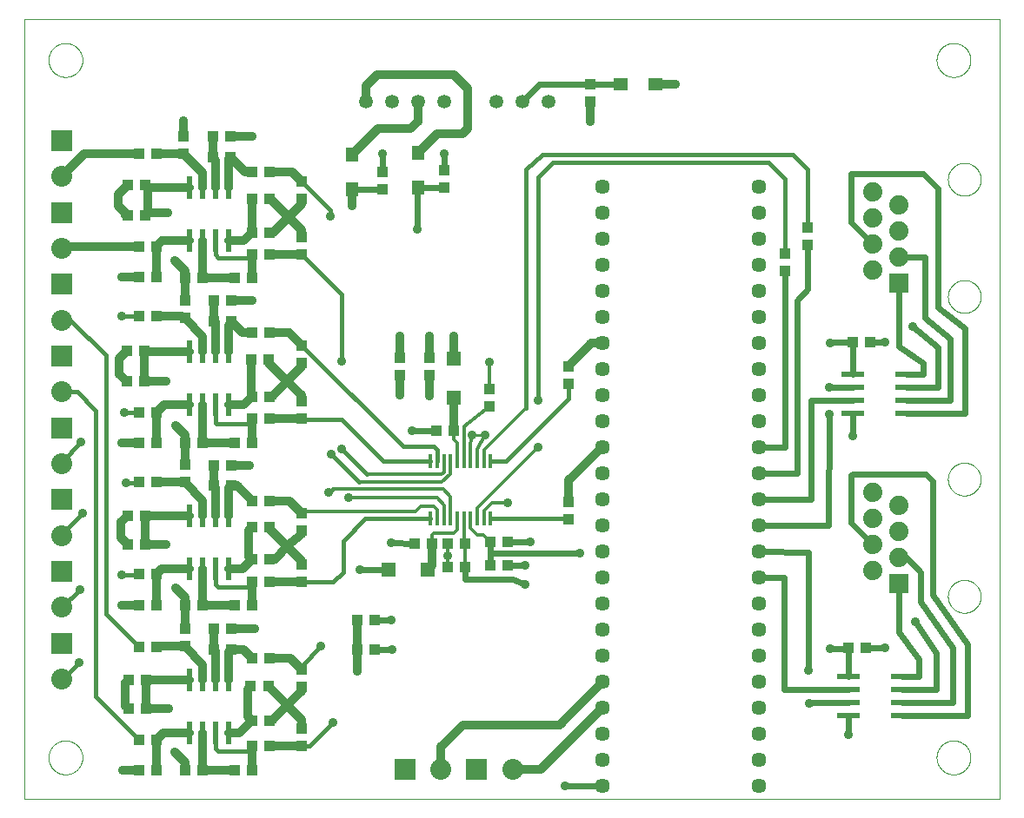
<source format=gtl>
G75*
%MOIN*%
%OFA0B0*%
%FSLAX25Y25*%
%IPPOS*%
%LPD*%
%AMOC8*
5,1,8,0,0,1.08239X$1,22.5*
%
%ADD10C,0.00000*%
%ADD11R,0.04331X0.03937*%
%ADD12R,0.05315X0.04724*%
%ADD13R,0.04724X0.05315*%
%ADD14R,0.07400X0.07400*%
%ADD15C,0.07400*%
%ADD16R,0.01400X0.05800*%
%ADD17R,0.08700X0.02400*%
%ADD18C,0.03562*%
%ADD19R,0.08000X0.08000*%
%ADD20C,0.08000*%
%ADD21C,0.05700*%
%ADD22C,0.05315*%
%ADD23R,0.02362X0.08661*%
%ADD24R,0.03937X0.04331*%
%ADD25R,0.05512X0.05512*%
%ADD26C,0.01200*%
%ADD27C,0.03200*%
%ADD28C,0.01600*%
%ADD29C,0.03543*%
%ADD30C,0.02400*%
%ADD31C,0.01181*%
%ADD32C,0.00984*%
D10*
X0001800Y0015403D02*
X0375816Y0015403D01*
X0375816Y0314615D01*
X0001800Y0314615D01*
X0001800Y0015403D01*
X0011048Y0031151D02*
X0011050Y0031312D01*
X0011056Y0031472D01*
X0011066Y0031633D01*
X0011080Y0031793D01*
X0011098Y0031953D01*
X0011119Y0032112D01*
X0011145Y0032271D01*
X0011175Y0032429D01*
X0011208Y0032586D01*
X0011246Y0032743D01*
X0011287Y0032898D01*
X0011332Y0033052D01*
X0011381Y0033205D01*
X0011434Y0033357D01*
X0011490Y0033508D01*
X0011551Y0033657D01*
X0011614Y0033805D01*
X0011682Y0033951D01*
X0011753Y0034095D01*
X0011827Y0034237D01*
X0011905Y0034378D01*
X0011987Y0034516D01*
X0012072Y0034653D01*
X0012160Y0034787D01*
X0012252Y0034919D01*
X0012347Y0035049D01*
X0012445Y0035177D01*
X0012546Y0035302D01*
X0012650Y0035424D01*
X0012757Y0035544D01*
X0012867Y0035661D01*
X0012980Y0035776D01*
X0013096Y0035887D01*
X0013215Y0035996D01*
X0013336Y0036101D01*
X0013460Y0036204D01*
X0013586Y0036304D01*
X0013714Y0036400D01*
X0013845Y0036493D01*
X0013979Y0036583D01*
X0014114Y0036670D01*
X0014252Y0036753D01*
X0014391Y0036833D01*
X0014533Y0036909D01*
X0014676Y0036982D01*
X0014821Y0037051D01*
X0014968Y0037117D01*
X0015116Y0037179D01*
X0015266Y0037237D01*
X0015417Y0037292D01*
X0015570Y0037343D01*
X0015724Y0037390D01*
X0015879Y0037433D01*
X0016035Y0037472D01*
X0016191Y0037508D01*
X0016349Y0037539D01*
X0016507Y0037567D01*
X0016666Y0037591D01*
X0016826Y0037611D01*
X0016986Y0037627D01*
X0017146Y0037639D01*
X0017307Y0037647D01*
X0017468Y0037651D01*
X0017628Y0037651D01*
X0017789Y0037647D01*
X0017950Y0037639D01*
X0018110Y0037627D01*
X0018270Y0037611D01*
X0018430Y0037591D01*
X0018589Y0037567D01*
X0018747Y0037539D01*
X0018905Y0037508D01*
X0019061Y0037472D01*
X0019217Y0037433D01*
X0019372Y0037390D01*
X0019526Y0037343D01*
X0019679Y0037292D01*
X0019830Y0037237D01*
X0019980Y0037179D01*
X0020128Y0037117D01*
X0020275Y0037051D01*
X0020420Y0036982D01*
X0020563Y0036909D01*
X0020705Y0036833D01*
X0020844Y0036753D01*
X0020982Y0036670D01*
X0021117Y0036583D01*
X0021251Y0036493D01*
X0021382Y0036400D01*
X0021510Y0036304D01*
X0021636Y0036204D01*
X0021760Y0036101D01*
X0021881Y0035996D01*
X0022000Y0035887D01*
X0022116Y0035776D01*
X0022229Y0035661D01*
X0022339Y0035544D01*
X0022446Y0035424D01*
X0022550Y0035302D01*
X0022651Y0035177D01*
X0022749Y0035049D01*
X0022844Y0034919D01*
X0022936Y0034787D01*
X0023024Y0034653D01*
X0023109Y0034516D01*
X0023191Y0034378D01*
X0023269Y0034237D01*
X0023343Y0034095D01*
X0023414Y0033951D01*
X0023482Y0033805D01*
X0023545Y0033657D01*
X0023606Y0033508D01*
X0023662Y0033357D01*
X0023715Y0033205D01*
X0023764Y0033052D01*
X0023809Y0032898D01*
X0023850Y0032743D01*
X0023888Y0032586D01*
X0023921Y0032429D01*
X0023951Y0032271D01*
X0023977Y0032112D01*
X0023998Y0031953D01*
X0024016Y0031793D01*
X0024030Y0031633D01*
X0024040Y0031472D01*
X0024046Y0031312D01*
X0024048Y0031151D01*
X0024046Y0030990D01*
X0024040Y0030830D01*
X0024030Y0030669D01*
X0024016Y0030509D01*
X0023998Y0030349D01*
X0023977Y0030190D01*
X0023951Y0030031D01*
X0023921Y0029873D01*
X0023888Y0029716D01*
X0023850Y0029559D01*
X0023809Y0029404D01*
X0023764Y0029250D01*
X0023715Y0029097D01*
X0023662Y0028945D01*
X0023606Y0028794D01*
X0023545Y0028645D01*
X0023482Y0028497D01*
X0023414Y0028351D01*
X0023343Y0028207D01*
X0023269Y0028065D01*
X0023191Y0027924D01*
X0023109Y0027786D01*
X0023024Y0027649D01*
X0022936Y0027515D01*
X0022844Y0027383D01*
X0022749Y0027253D01*
X0022651Y0027125D01*
X0022550Y0027000D01*
X0022446Y0026878D01*
X0022339Y0026758D01*
X0022229Y0026641D01*
X0022116Y0026526D01*
X0022000Y0026415D01*
X0021881Y0026306D01*
X0021760Y0026201D01*
X0021636Y0026098D01*
X0021510Y0025998D01*
X0021382Y0025902D01*
X0021251Y0025809D01*
X0021117Y0025719D01*
X0020982Y0025632D01*
X0020844Y0025549D01*
X0020705Y0025469D01*
X0020563Y0025393D01*
X0020420Y0025320D01*
X0020275Y0025251D01*
X0020128Y0025185D01*
X0019980Y0025123D01*
X0019830Y0025065D01*
X0019679Y0025010D01*
X0019526Y0024959D01*
X0019372Y0024912D01*
X0019217Y0024869D01*
X0019061Y0024830D01*
X0018905Y0024794D01*
X0018747Y0024763D01*
X0018589Y0024735D01*
X0018430Y0024711D01*
X0018270Y0024691D01*
X0018110Y0024675D01*
X0017950Y0024663D01*
X0017789Y0024655D01*
X0017628Y0024651D01*
X0017468Y0024651D01*
X0017307Y0024655D01*
X0017146Y0024663D01*
X0016986Y0024675D01*
X0016826Y0024691D01*
X0016666Y0024711D01*
X0016507Y0024735D01*
X0016349Y0024763D01*
X0016191Y0024794D01*
X0016035Y0024830D01*
X0015879Y0024869D01*
X0015724Y0024912D01*
X0015570Y0024959D01*
X0015417Y0025010D01*
X0015266Y0025065D01*
X0015116Y0025123D01*
X0014968Y0025185D01*
X0014821Y0025251D01*
X0014676Y0025320D01*
X0014533Y0025393D01*
X0014391Y0025469D01*
X0014252Y0025549D01*
X0014114Y0025632D01*
X0013979Y0025719D01*
X0013845Y0025809D01*
X0013714Y0025902D01*
X0013586Y0025998D01*
X0013460Y0026098D01*
X0013336Y0026201D01*
X0013215Y0026306D01*
X0013096Y0026415D01*
X0012980Y0026526D01*
X0012867Y0026641D01*
X0012757Y0026758D01*
X0012650Y0026878D01*
X0012546Y0027000D01*
X0012445Y0027125D01*
X0012347Y0027253D01*
X0012252Y0027383D01*
X0012160Y0027515D01*
X0012072Y0027649D01*
X0011987Y0027786D01*
X0011905Y0027924D01*
X0011827Y0028065D01*
X0011753Y0028207D01*
X0011682Y0028351D01*
X0011614Y0028497D01*
X0011551Y0028645D01*
X0011490Y0028794D01*
X0011434Y0028945D01*
X0011381Y0029097D01*
X0011332Y0029250D01*
X0011287Y0029404D01*
X0011246Y0029559D01*
X0011208Y0029716D01*
X0011175Y0029873D01*
X0011145Y0030031D01*
X0011119Y0030190D01*
X0011098Y0030349D01*
X0011080Y0030509D01*
X0011066Y0030669D01*
X0011056Y0030830D01*
X0011050Y0030990D01*
X0011048Y0031151D01*
X0011048Y0298867D02*
X0011050Y0299028D01*
X0011056Y0299188D01*
X0011066Y0299349D01*
X0011080Y0299509D01*
X0011098Y0299669D01*
X0011119Y0299828D01*
X0011145Y0299987D01*
X0011175Y0300145D01*
X0011208Y0300302D01*
X0011246Y0300459D01*
X0011287Y0300614D01*
X0011332Y0300768D01*
X0011381Y0300921D01*
X0011434Y0301073D01*
X0011490Y0301224D01*
X0011551Y0301373D01*
X0011614Y0301521D01*
X0011682Y0301667D01*
X0011753Y0301811D01*
X0011827Y0301953D01*
X0011905Y0302094D01*
X0011987Y0302232D01*
X0012072Y0302369D01*
X0012160Y0302503D01*
X0012252Y0302635D01*
X0012347Y0302765D01*
X0012445Y0302893D01*
X0012546Y0303018D01*
X0012650Y0303140D01*
X0012757Y0303260D01*
X0012867Y0303377D01*
X0012980Y0303492D01*
X0013096Y0303603D01*
X0013215Y0303712D01*
X0013336Y0303817D01*
X0013460Y0303920D01*
X0013586Y0304020D01*
X0013714Y0304116D01*
X0013845Y0304209D01*
X0013979Y0304299D01*
X0014114Y0304386D01*
X0014252Y0304469D01*
X0014391Y0304549D01*
X0014533Y0304625D01*
X0014676Y0304698D01*
X0014821Y0304767D01*
X0014968Y0304833D01*
X0015116Y0304895D01*
X0015266Y0304953D01*
X0015417Y0305008D01*
X0015570Y0305059D01*
X0015724Y0305106D01*
X0015879Y0305149D01*
X0016035Y0305188D01*
X0016191Y0305224D01*
X0016349Y0305255D01*
X0016507Y0305283D01*
X0016666Y0305307D01*
X0016826Y0305327D01*
X0016986Y0305343D01*
X0017146Y0305355D01*
X0017307Y0305363D01*
X0017468Y0305367D01*
X0017628Y0305367D01*
X0017789Y0305363D01*
X0017950Y0305355D01*
X0018110Y0305343D01*
X0018270Y0305327D01*
X0018430Y0305307D01*
X0018589Y0305283D01*
X0018747Y0305255D01*
X0018905Y0305224D01*
X0019061Y0305188D01*
X0019217Y0305149D01*
X0019372Y0305106D01*
X0019526Y0305059D01*
X0019679Y0305008D01*
X0019830Y0304953D01*
X0019980Y0304895D01*
X0020128Y0304833D01*
X0020275Y0304767D01*
X0020420Y0304698D01*
X0020563Y0304625D01*
X0020705Y0304549D01*
X0020844Y0304469D01*
X0020982Y0304386D01*
X0021117Y0304299D01*
X0021251Y0304209D01*
X0021382Y0304116D01*
X0021510Y0304020D01*
X0021636Y0303920D01*
X0021760Y0303817D01*
X0021881Y0303712D01*
X0022000Y0303603D01*
X0022116Y0303492D01*
X0022229Y0303377D01*
X0022339Y0303260D01*
X0022446Y0303140D01*
X0022550Y0303018D01*
X0022651Y0302893D01*
X0022749Y0302765D01*
X0022844Y0302635D01*
X0022936Y0302503D01*
X0023024Y0302369D01*
X0023109Y0302232D01*
X0023191Y0302094D01*
X0023269Y0301953D01*
X0023343Y0301811D01*
X0023414Y0301667D01*
X0023482Y0301521D01*
X0023545Y0301373D01*
X0023606Y0301224D01*
X0023662Y0301073D01*
X0023715Y0300921D01*
X0023764Y0300768D01*
X0023809Y0300614D01*
X0023850Y0300459D01*
X0023888Y0300302D01*
X0023921Y0300145D01*
X0023951Y0299987D01*
X0023977Y0299828D01*
X0023998Y0299669D01*
X0024016Y0299509D01*
X0024030Y0299349D01*
X0024040Y0299188D01*
X0024046Y0299028D01*
X0024048Y0298867D01*
X0024046Y0298706D01*
X0024040Y0298546D01*
X0024030Y0298385D01*
X0024016Y0298225D01*
X0023998Y0298065D01*
X0023977Y0297906D01*
X0023951Y0297747D01*
X0023921Y0297589D01*
X0023888Y0297432D01*
X0023850Y0297275D01*
X0023809Y0297120D01*
X0023764Y0296966D01*
X0023715Y0296813D01*
X0023662Y0296661D01*
X0023606Y0296510D01*
X0023545Y0296361D01*
X0023482Y0296213D01*
X0023414Y0296067D01*
X0023343Y0295923D01*
X0023269Y0295781D01*
X0023191Y0295640D01*
X0023109Y0295502D01*
X0023024Y0295365D01*
X0022936Y0295231D01*
X0022844Y0295099D01*
X0022749Y0294969D01*
X0022651Y0294841D01*
X0022550Y0294716D01*
X0022446Y0294594D01*
X0022339Y0294474D01*
X0022229Y0294357D01*
X0022116Y0294242D01*
X0022000Y0294131D01*
X0021881Y0294022D01*
X0021760Y0293917D01*
X0021636Y0293814D01*
X0021510Y0293714D01*
X0021382Y0293618D01*
X0021251Y0293525D01*
X0021117Y0293435D01*
X0020982Y0293348D01*
X0020844Y0293265D01*
X0020705Y0293185D01*
X0020563Y0293109D01*
X0020420Y0293036D01*
X0020275Y0292967D01*
X0020128Y0292901D01*
X0019980Y0292839D01*
X0019830Y0292781D01*
X0019679Y0292726D01*
X0019526Y0292675D01*
X0019372Y0292628D01*
X0019217Y0292585D01*
X0019061Y0292546D01*
X0018905Y0292510D01*
X0018747Y0292479D01*
X0018589Y0292451D01*
X0018430Y0292427D01*
X0018270Y0292407D01*
X0018110Y0292391D01*
X0017950Y0292379D01*
X0017789Y0292371D01*
X0017628Y0292367D01*
X0017468Y0292367D01*
X0017307Y0292371D01*
X0017146Y0292379D01*
X0016986Y0292391D01*
X0016826Y0292407D01*
X0016666Y0292427D01*
X0016507Y0292451D01*
X0016349Y0292479D01*
X0016191Y0292510D01*
X0016035Y0292546D01*
X0015879Y0292585D01*
X0015724Y0292628D01*
X0015570Y0292675D01*
X0015417Y0292726D01*
X0015266Y0292781D01*
X0015116Y0292839D01*
X0014968Y0292901D01*
X0014821Y0292967D01*
X0014676Y0293036D01*
X0014533Y0293109D01*
X0014391Y0293185D01*
X0014252Y0293265D01*
X0014114Y0293348D01*
X0013979Y0293435D01*
X0013845Y0293525D01*
X0013714Y0293618D01*
X0013586Y0293714D01*
X0013460Y0293814D01*
X0013336Y0293917D01*
X0013215Y0294022D01*
X0013096Y0294131D01*
X0012980Y0294242D01*
X0012867Y0294357D01*
X0012757Y0294474D01*
X0012650Y0294594D01*
X0012546Y0294716D01*
X0012445Y0294841D01*
X0012347Y0294969D01*
X0012252Y0295099D01*
X0012160Y0295231D01*
X0012072Y0295365D01*
X0011987Y0295502D01*
X0011905Y0295640D01*
X0011827Y0295781D01*
X0011753Y0295923D01*
X0011682Y0296067D01*
X0011614Y0296213D01*
X0011551Y0296361D01*
X0011490Y0296510D01*
X0011434Y0296661D01*
X0011381Y0296813D01*
X0011332Y0296966D01*
X0011287Y0297120D01*
X0011246Y0297275D01*
X0011208Y0297432D01*
X0011175Y0297589D01*
X0011145Y0297747D01*
X0011119Y0297906D01*
X0011098Y0298065D01*
X0011080Y0298225D01*
X0011066Y0298385D01*
X0011056Y0298546D01*
X0011050Y0298706D01*
X0011048Y0298867D01*
X0351599Y0298867D02*
X0351601Y0299028D01*
X0351607Y0299188D01*
X0351617Y0299349D01*
X0351631Y0299509D01*
X0351649Y0299669D01*
X0351670Y0299828D01*
X0351696Y0299987D01*
X0351726Y0300145D01*
X0351759Y0300302D01*
X0351797Y0300459D01*
X0351838Y0300614D01*
X0351883Y0300768D01*
X0351932Y0300921D01*
X0351985Y0301073D01*
X0352041Y0301224D01*
X0352102Y0301373D01*
X0352165Y0301521D01*
X0352233Y0301667D01*
X0352304Y0301811D01*
X0352378Y0301953D01*
X0352456Y0302094D01*
X0352538Y0302232D01*
X0352623Y0302369D01*
X0352711Y0302503D01*
X0352803Y0302635D01*
X0352898Y0302765D01*
X0352996Y0302893D01*
X0353097Y0303018D01*
X0353201Y0303140D01*
X0353308Y0303260D01*
X0353418Y0303377D01*
X0353531Y0303492D01*
X0353647Y0303603D01*
X0353766Y0303712D01*
X0353887Y0303817D01*
X0354011Y0303920D01*
X0354137Y0304020D01*
X0354265Y0304116D01*
X0354396Y0304209D01*
X0354530Y0304299D01*
X0354665Y0304386D01*
X0354803Y0304469D01*
X0354942Y0304549D01*
X0355084Y0304625D01*
X0355227Y0304698D01*
X0355372Y0304767D01*
X0355519Y0304833D01*
X0355667Y0304895D01*
X0355817Y0304953D01*
X0355968Y0305008D01*
X0356121Y0305059D01*
X0356275Y0305106D01*
X0356430Y0305149D01*
X0356586Y0305188D01*
X0356742Y0305224D01*
X0356900Y0305255D01*
X0357058Y0305283D01*
X0357217Y0305307D01*
X0357377Y0305327D01*
X0357537Y0305343D01*
X0357697Y0305355D01*
X0357858Y0305363D01*
X0358019Y0305367D01*
X0358179Y0305367D01*
X0358340Y0305363D01*
X0358501Y0305355D01*
X0358661Y0305343D01*
X0358821Y0305327D01*
X0358981Y0305307D01*
X0359140Y0305283D01*
X0359298Y0305255D01*
X0359456Y0305224D01*
X0359612Y0305188D01*
X0359768Y0305149D01*
X0359923Y0305106D01*
X0360077Y0305059D01*
X0360230Y0305008D01*
X0360381Y0304953D01*
X0360531Y0304895D01*
X0360679Y0304833D01*
X0360826Y0304767D01*
X0360971Y0304698D01*
X0361114Y0304625D01*
X0361256Y0304549D01*
X0361395Y0304469D01*
X0361533Y0304386D01*
X0361668Y0304299D01*
X0361802Y0304209D01*
X0361933Y0304116D01*
X0362061Y0304020D01*
X0362187Y0303920D01*
X0362311Y0303817D01*
X0362432Y0303712D01*
X0362551Y0303603D01*
X0362667Y0303492D01*
X0362780Y0303377D01*
X0362890Y0303260D01*
X0362997Y0303140D01*
X0363101Y0303018D01*
X0363202Y0302893D01*
X0363300Y0302765D01*
X0363395Y0302635D01*
X0363487Y0302503D01*
X0363575Y0302369D01*
X0363660Y0302232D01*
X0363742Y0302094D01*
X0363820Y0301953D01*
X0363894Y0301811D01*
X0363965Y0301667D01*
X0364033Y0301521D01*
X0364096Y0301373D01*
X0364157Y0301224D01*
X0364213Y0301073D01*
X0364266Y0300921D01*
X0364315Y0300768D01*
X0364360Y0300614D01*
X0364401Y0300459D01*
X0364439Y0300302D01*
X0364472Y0300145D01*
X0364502Y0299987D01*
X0364528Y0299828D01*
X0364549Y0299669D01*
X0364567Y0299509D01*
X0364581Y0299349D01*
X0364591Y0299188D01*
X0364597Y0299028D01*
X0364599Y0298867D01*
X0364597Y0298706D01*
X0364591Y0298546D01*
X0364581Y0298385D01*
X0364567Y0298225D01*
X0364549Y0298065D01*
X0364528Y0297906D01*
X0364502Y0297747D01*
X0364472Y0297589D01*
X0364439Y0297432D01*
X0364401Y0297275D01*
X0364360Y0297120D01*
X0364315Y0296966D01*
X0364266Y0296813D01*
X0364213Y0296661D01*
X0364157Y0296510D01*
X0364096Y0296361D01*
X0364033Y0296213D01*
X0363965Y0296067D01*
X0363894Y0295923D01*
X0363820Y0295781D01*
X0363742Y0295640D01*
X0363660Y0295502D01*
X0363575Y0295365D01*
X0363487Y0295231D01*
X0363395Y0295099D01*
X0363300Y0294969D01*
X0363202Y0294841D01*
X0363101Y0294716D01*
X0362997Y0294594D01*
X0362890Y0294474D01*
X0362780Y0294357D01*
X0362667Y0294242D01*
X0362551Y0294131D01*
X0362432Y0294022D01*
X0362311Y0293917D01*
X0362187Y0293814D01*
X0362061Y0293714D01*
X0361933Y0293618D01*
X0361802Y0293525D01*
X0361668Y0293435D01*
X0361533Y0293348D01*
X0361395Y0293265D01*
X0361256Y0293185D01*
X0361114Y0293109D01*
X0360971Y0293036D01*
X0360826Y0292967D01*
X0360679Y0292901D01*
X0360531Y0292839D01*
X0360381Y0292781D01*
X0360230Y0292726D01*
X0360077Y0292675D01*
X0359923Y0292628D01*
X0359768Y0292585D01*
X0359612Y0292546D01*
X0359456Y0292510D01*
X0359298Y0292479D01*
X0359140Y0292451D01*
X0358981Y0292427D01*
X0358821Y0292407D01*
X0358661Y0292391D01*
X0358501Y0292379D01*
X0358340Y0292371D01*
X0358179Y0292367D01*
X0358019Y0292367D01*
X0357858Y0292371D01*
X0357697Y0292379D01*
X0357537Y0292391D01*
X0357377Y0292407D01*
X0357217Y0292427D01*
X0357058Y0292451D01*
X0356900Y0292479D01*
X0356742Y0292510D01*
X0356586Y0292546D01*
X0356430Y0292585D01*
X0356275Y0292628D01*
X0356121Y0292675D01*
X0355968Y0292726D01*
X0355817Y0292781D01*
X0355667Y0292839D01*
X0355519Y0292901D01*
X0355372Y0292967D01*
X0355227Y0293036D01*
X0355084Y0293109D01*
X0354942Y0293185D01*
X0354803Y0293265D01*
X0354665Y0293348D01*
X0354530Y0293435D01*
X0354396Y0293525D01*
X0354265Y0293618D01*
X0354137Y0293714D01*
X0354011Y0293814D01*
X0353887Y0293917D01*
X0353766Y0294022D01*
X0353647Y0294131D01*
X0353531Y0294242D01*
X0353418Y0294357D01*
X0353308Y0294474D01*
X0353201Y0294594D01*
X0353097Y0294716D01*
X0352996Y0294841D01*
X0352898Y0294969D01*
X0352803Y0295099D01*
X0352711Y0295231D01*
X0352623Y0295365D01*
X0352538Y0295502D01*
X0352456Y0295640D01*
X0352378Y0295781D01*
X0352304Y0295923D01*
X0352233Y0296067D01*
X0352165Y0296213D01*
X0352102Y0296361D01*
X0352041Y0296510D01*
X0351985Y0296661D01*
X0351932Y0296813D01*
X0351883Y0296966D01*
X0351838Y0297120D01*
X0351797Y0297275D01*
X0351759Y0297432D01*
X0351726Y0297589D01*
X0351696Y0297747D01*
X0351670Y0297906D01*
X0351649Y0298065D01*
X0351631Y0298225D01*
X0351617Y0298385D01*
X0351607Y0298546D01*
X0351601Y0298706D01*
X0351599Y0298867D01*
X0355934Y0253100D02*
X0355936Y0253258D01*
X0355942Y0253416D01*
X0355952Y0253574D01*
X0355966Y0253732D01*
X0355984Y0253889D01*
X0356005Y0254046D01*
X0356031Y0254202D01*
X0356061Y0254358D01*
X0356094Y0254513D01*
X0356132Y0254666D01*
X0356173Y0254819D01*
X0356218Y0254971D01*
X0356267Y0255122D01*
X0356320Y0255271D01*
X0356376Y0255419D01*
X0356436Y0255565D01*
X0356500Y0255710D01*
X0356568Y0255853D01*
X0356639Y0255995D01*
X0356713Y0256135D01*
X0356791Y0256272D01*
X0356873Y0256408D01*
X0356957Y0256542D01*
X0357046Y0256673D01*
X0357137Y0256802D01*
X0357232Y0256929D01*
X0357329Y0257054D01*
X0357430Y0257176D01*
X0357534Y0257295D01*
X0357641Y0257412D01*
X0357751Y0257526D01*
X0357864Y0257637D01*
X0357979Y0257746D01*
X0358097Y0257851D01*
X0358218Y0257953D01*
X0358341Y0258053D01*
X0358467Y0258149D01*
X0358595Y0258242D01*
X0358725Y0258332D01*
X0358858Y0258418D01*
X0358993Y0258502D01*
X0359129Y0258581D01*
X0359268Y0258658D01*
X0359409Y0258730D01*
X0359551Y0258800D01*
X0359695Y0258865D01*
X0359841Y0258927D01*
X0359988Y0258985D01*
X0360137Y0259040D01*
X0360287Y0259091D01*
X0360438Y0259138D01*
X0360590Y0259181D01*
X0360743Y0259220D01*
X0360898Y0259256D01*
X0361053Y0259287D01*
X0361209Y0259315D01*
X0361365Y0259339D01*
X0361522Y0259359D01*
X0361680Y0259375D01*
X0361837Y0259387D01*
X0361996Y0259395D01*
X0362154Y0259399D01*
X0362312Y0259399D01*
X0362470Y0259395D01*
X0362629Y0259387D01*
X0362786Y0259375D01*
X0362944Y0259359D01*
X0363101Y0259339D01*
X0363257Y0259315D01*
X0363413Y0259287D01*
X0363568Y0259256D01*
X0363723Y0259220D01*
X0363876Y0259181D01*
X0364028Y0259138D01*
X0364179Y0259091D01*
X0364329Y0259040D01*
X0364478Y0258985D01*
X0364625Y0258927D01*
X0364771Y0258865D01*
X0364915Y0258800D01*
X0365057Y0258730D01*
X0365198Y0258658D01*
X0365337Y0258581D01*
X0365473Y0258502D01*
X0365608Y0258418D01*
X0365741Y0258332D01*
X0365871Y0258242D01*
X0365999Y0258149D01*
X0366125Y0258053D01*
X0366248Y0257953D01*
X0366369Y0257851D01*
X0366487Y0257746D01*
X0366602Y0257637D01*
X0366715Y0257526D01*
X0366825Y0257412D01*
X0366932Y0257295D01*
X0367036Y0257176D01*
X0367137Y0257054D01*
X0367234Y0256929D01*
X0367329Y0256802D01*
X0367420Y0256673D01*
X0367509Y0256542D01*
X0367593Y0256408D01*
X0367675Y0256272D01*
X0367753Y0256135D01*
X0367827Y0255995D01*
X0367898Y0255853D01*
X0367966Y0255710D01*
X0368030Y0255565D01*
X0368090Y0255419D01*
X0368146Y0255271D01*
X0368199Y0255122D01*
X0368248Y0254971D01*
X0368293Y0254819D01*
X0368334Y0254666D01*
X0368372Y0254513D01*
X0368405Y0254358D01*
X0368435Y0254202D01*
X0368461Y0254046D01*
X0368482Y0253889D01*
X0368500Y0253732D01*
X0368514Y0253574D01*
X0368524Y0253416D01*
X0368530Y0253258D01*
X0368532Y0253100D01*
X0368530Y0252942D01*
X0368524Y0252784D01*
X0368514Y0252626D01*
X0368500Y0252468D01*
X0368482Y0252311D01*
X0368461Y0252154D01*
X0368435Y0251998D01*
X0368405Y0251842D01*
X0368372Y0251687D01*
X0368334Y0251534D01*
X0368293Y0251381D01*
X0368248Y0251229D01*
X0368199Y0251078D01*
X0368146Y0250929D01*
X0368090Y0250781D01*
X0368030Y0250635D01*
X0367966Y0250490D01*
X0367898Y0250347D01*
X0367827Y0250205D01*
X0367753Y0250065D01*
X0367675Y0249928D01*
X0367593Y0249792D01*
X0367509Y0249658D01*
X0367420Y0249527D01*
X0367329Y0249398D01*
X0367234Y0249271D01*
X0367137Y0249146D01*
X0367036Y0249024D01*
X0366932Y0248905D01*
X0366825Y0248788D01*
X0366715Y0248674D01*
X0366602Y0248563D01*
X0366487Y0248454D01*
X0366369Y0248349D01*
X0366248Y0248247D01*
X0366125Y0248147D01*
X0365999Y0248051D01*
X0365871Y0247958D01*
X0365741Y0247868D01*
X0365608Y0247782D01*
X0365473Y0247698D01*
X0365337Y0247619D01*
X0365198Y0247542D01*
X0365057Y0247470D01*
X0364915Y0247400D01*
X0364771Y0247335D01*
X0364625Y0247273D01*
X0364478Y0247215D01*
X0364329Y0247160D01*
X0364179Y0247109D01*
X0364028Y0247062D01*
X0363876Y0247019D01*
X0363723Y0246980D01*
X0363568Y0246944D01*
X0363413Y0246913D01*
X0363257Y0246885D01*
X0363101Y0246861D01*
X0362944Y0246841D01*
X0362786Y0246825D01*
X0362629Y0246813D01*
X0362470Y0246805D01*
X0362312Y0246801D01*
X0362154Y0246801D01*
X0361996Y0246805D01*
X0361837Y0246813D01*
X0361680Y0246825D01*
X0361522Y0246841D01*
X0361365Y0246861D01*
X0361209Y0246885D01*
X0361053Y0246913D01*
X0360898Y0246944D01*
X0360743Y0246980D01*
X0360590Y0247019D01*
X0360438Y0247062D01*
X0360287Y0247109D01*
X0360137Y0247160D01*
X0359988Y0247215D01*
X0359841Y0247273D01*
X0359695Y0247335D01*
X0359551Y0247400D01*
X0359409Y0247470D01*
X0359268Y0247542D01*
X0359129Y0247619D01*
X0358993Y0247698D01*
X0358858Y0247782D01*
X0358725Y0247868D01*
X0358595Y0247958D01*
X0358467Y0248051D01*
X0358341Y0248147D01*
X0358218Y0248247D01*
X0358097Y0248349D01*
X0357979Y0248454D01*
X0357864Y0248563D01*
X0357751Y0248674D01*
X0357641Y0248788D01*
X0357534Y0248905D01*
X0357430Y0249024D01*
X0357329Y0249146D01*
X0357232Y0249271D01*
X0357137Y0249398D01*
X0357046Y0249527D01*
X0356957Y0249658D01*
X0356873Y0249792D01*
X0356791Y0249928D01*
X0356713Y0250065D01*
X0356639Y0250205D01*
X0356568Y0250347D01*
X0356500Y0250490D01*
X0356436Y0250635D01*
X0356376Y0250781D01*
X0356320Y0250929D01*
X0356267Y0251078D01*
X0356218Y0251229D01*
X0356173Y0251381D01*
X0356132Y0251534D01*
X0356094Y0251687D01*
X0356061Y0251842D01*
X0356031Y0251998D01*
X0356005Y0252154D01*
X0355984Y0252311D01*
X0355966Y0252468D01*
X0355952Y0252626D01*
X0355942Y0252784D01*
X0355936Y0252942D01*
X0355934Y0253100D01*
X0355934Y0208100D02*
X0355936Y0208258D01*
X0355942Y0208416D01*
X0355952Y0208574D01*
X0355966Y0208732D01*
X0355984Y0208889D01*
X0356005Y0209046D01*
X0356031Y0209202D01*
X0356061Y0209358D01*
X0356094Y0209513D01*
X0356132Y0209666D01*
X0356173Y0209819D01*
X0356218Y0209971D01*
X0356267Y0210122D01*
X0356320Y0210271D01*
X0356376Y0210419D01*
X0356436Y0210565D01*
X0356500Y0210710D01*
X0356568Y0210853D01*
X0356639Y0210995D01*
X0356713Y0211135D01*
X0356791Y0211272D01*
X0356873Y0211408D01*
X0356957Y0211542D01*
X0357046Y0211673D01*
X0357137Y0211802D01*
X0357232Y0211929D01*
X0357329Y0212054D01*
X0357430Y0212176D01*
X0357534Y0212295D01*
X0357641Y0212412D01*
X0357751Y0212526D01*
X0357864Y0212637D01*
X0357979Y0212746D01*
X0358097Y0212851D01*
X0358218Y0212953D01*
X0358341Y0213053D01*
X0358467Y0213149D01*
X0358595Y0213242D01*
X0358725Y0213332D01*
X0358858Y0213418D01*
X0358993Y0213502D01*
X0359129Y0213581D01*
X0359268Y0213658D01*
X0359409Y0213730D01*
X0359551Y0213800D01*
X0359695Y0213865D01*
X0359841Y0213927D01*
X0359988Y0213985D01*
X0360137Y0214040D01*
X0360287Y0214091D01*
X0360438Y0214138D01*
X0360590Y0214181D01*
X0360743Y0214220D01*
X0360898Y0214256D01*
X0361053Y0214287D01*
X0361209Y0214315D01*
X0361365Y0214339D01*
X0361522Y0214359D01*
X0361680Y0214375D01*
X0361837Y0214387D01*
X0361996Y0214395D01*
X0362154Y0214399D01*
X0362312Y0214399D01*
X0362470Y0214395D01*
X0362629Y0214387D01*
X0362786Y0214375D01*
X0362944Y0214359D01*
X0363101Y0214339D01*
X0363257Y0214315D01*
X0363413Y0214287D01*
X0363568Y0214256D01*
X0363723Y0214220D01*
X0363876Y0214181D01*
X0364028Y0214138D01*
X0364179Y0214091D01*
X0364329Y0214040D01*
X0364478Y0213985D01*
X0364625Y0213927D01*
X0364771Y0213865D01*
X0364915Y0213800D01*
X0365057Y0213730D01*
X0365198Y0213658D01*
X0365337Y0213581D01*
X0365473Y0213502D01*
X0365608Y0213418D01*
X0365741Y0213332D01*
X0365871Y0213242D01*
X0365999Y0213149D01*
X0366125Y0213053D01*
X0366248Y0212953D01*
X0366369Y0212851D01*
X0366487Y0212746D01*
X0366602Y0212637D01*
X0366715Y0212526D01*
X0366825Y0212412D01*
X0366932Y0212295D01*
X0367036Y0212176D01*
X0367137Y0212054D01*
X0367234Y0211929D01*
X0367329Y0211802D01*
X0367420Y0211673D01*
X0367509Y0211542D01*
X0367593Y0211408D01*
X0367675Y0211272D01*
X0367753Y0211135D01*
X0367827Y0210995D01*
X0367898Y0210853D01*
X0367966Y0210710D01*
X0368030Y0210565D01*
X0368090Y0210419D01*
X0368146Y0210271D01*
X0368199Y0210122D01*
X0368248Y0209971D01*
X0368293Y0209819D01*
X0368334Y0209666D01*
X0368372Y0209513D01*
X0368405Y0209358D01*
X0368435Y0209202D01*
X0368461Y0209046D01*
X0368482Y0208889D01*
X0368500Y0208732D01*
X0368514Y0208574D01*
X0368524Y0208416D01*
X0368530Y0208258D01*
X0368532Y0208100D01*
X0368530Y0207942D01*
X0368524Y0207784D01*
X0368514Y0207626D01*
X0368500Y0207468D01*
X0368482Y0207311D01*
X0368461Y0207154D01*
X0368435Y0206998D01*
X0368405Y0206842D01*
X0368372Y0206687D01*
X0368334Y0206534D01*
X0368293Y0206381D01*
X0368248Y0206229D01*
X0368199Y0206078D01*
X0368146Y0205929D01*
X0368090Y0205781D01*
X0368030Y0205635D01*
X0367966Y0205490D01*
X0367898Y0205347D01*
X0367827Y0205205D01*
X0367753Y0205065D01*
X0367675Y0204928D01*
X0367593Y0204792D01*
X0367509Y0204658D01*
X0367420Y0204527D01*
X0367329Y0204398D01*
X0367234Y0204271D01*
X0367137Y0204146D01*
X0367036Y0204024D01*
X0366932Y0203905D01*
X0366825Y0203788D01*
X0366715Y0203674D01*
X0366602Y0203563D01*
X0366487Y0203454D01*
X0366369Y0203349D01*
X0366248Y0203247D01*
X0366125Y0203147D01*
X0365999Y0203051D01*
X0365871Y0202958D01*
X0365741Y0202868D01*
X0365608Y0202782D01*
X0365473Y0202698D01*
X0365337Y0202619D01*
X0365198Y0202542D01*
X0365057Y0202470D01*
X0364915Y0202400D01*
X0364771Y0202335D01*
X0364625Y0202273D01*
X0364478Y0202215D01*
X0364329Y0202160D01*
X0364179Y0202109D01*
X0364028Y0202062D01*
X0363876Y0202019D01*
X0363723Y0201980D01*
X0363568Y0201944D01*
X0363413Y0201913D01*
X0363257Y0201885D01*
X0363101Y0201861D01*
X0362944Y0201841D01*
X0362786Y0201825D01*
X0362629Y0201813D01*
X0362470Y0201805D01*
X0362312Y0201801D01*
X0362154Y0201801D01*
X0361996Y0201805D01*
X0361837Y0201813D01*
X0361680Y0201825D01*
X0361522Y0201841D01*
X0361365Y0201861D01*
X0361209Y0201885D01*
X0361053Y0201913D01*
X0360898Y0201944D01*
X0360743Y0201980D01*
X0360590Y0202019D01*
X0360438Y0202062D01*
X0360287Y0202109D01*
X0360137Y0202160D01*
X0359988Y0202215D01*
X0359841Y0202273D01*
X0359695Y0202335D01*
X0359551Y0202400D01*
X0359409Y0202470D01*
X0359268Y0202542D01*
X0359129Y0202619D01*
X0358993Y0202698D01*
X0358858Y0202782D01*
X0358725Y0202868D01*
X0358595Y0202958D01*
X0358467Y0203051D01*
X0358341Y0203147D01*
X0358218Y0203247D01*
X0358097Y0203349D01*
X0357979Y0203454D01*
X0357864Y0203563D01*
X0357751Y0203674D01*
X0357641Y0203788D01*
X0357534Y0203905D01*
X0357430Y0204024D01*
X0357329Y0204146D01*
X0357232Y0204271D01*
X0357137Y0204398D01*
X0357046Y0204527D01*
X0356957Y0204658D01*
X0356873Y0204792D01*
X0356791Y0204928D01*
X0356713Y0205065D01*
X0356639Y0205205D01*
X0356568Y0205347D01*
X0356500Y0205490D01*
X0356436Y0205635D01*
X0356376Y0205781D01*
X0356320Y0205929D01*
X0356267Y0206078D01*
X0356218Y0206229D01*
X0356173Y0206381D01*
X0356132Y0206534D01*
X0356094Y0206687D01*
X0356061Y0206842D01*
X0356031Y0206998D01*
X0356005Y0207154D01*
X0355984Y0207311D01*
X0355966Y0207468D01*
X0355952Y0207626D01*
X0355942Y0207784D01*
X0355936Y0207942D01*
X0355934Y0208100D01*
X0355934Y0137982D02*
X0355936Y0138140D01*
X0355942Y0138298D01*
X0355952Y0138456D01*
X0355966Y0138614D01*
X0355984Y0138771D01*
X0356005Y0138928D01*
X0356031Y0139084D01*
X0356061Y0139240D01*
X0356094Y0139395D01*
X0356132Y0139548D01*
X0356173Y0139701D01*
X0356218Y0139853D01*
X0356267Y0140004D01*
X0356320Y0140153D01*
X0356376Y0140301D01*
X0356436Y0140447D01*
X0356500Y0140592D01*
X0356568Y0140735D01*
X0356639Y0140877D01*
X0356713Y0141017D01*
X0356791Y0141154D01*
X0356873Y0141290D01*
X0356957Y0141424D01*
X0357046Y0141555D01*
X0357137Y0141684D01*
X0357232Y0141811D01*
X0357329Y0141936D01*
X0357430Y0142058D01*
X0357534Y0142177D01*
X0357641Y0142294D01*
X0357751Y0142408D01*
X0357864Y0142519D01*
X0357979Y0142628D01*
X0358097Y0142733D01*
X0358218Y0142835D01*
X0358341Y0142935D01*
X0358467Y0143031D01*
X0358595Y0143124D01*
X0358725Y0143214D01*
X0358858Y0143300D01*
X0358993Y0143384D01*
X0359129Y0143463D01*
X0359268Y0143540D01*
X0359409Y0143612D01*
X0359551Y0143682D01*
X0359695Y0143747D01*
X0359841Y0143809D01*
X0359988Y0143867D01*
X0360137Y0143922D01*
X0360287Y0143973D01*
X0360438Y0144020D01*
X0360590Y0144063D01*
X0360743Y0144102D01*
X0360898Y0144138D01*
X0361053Y0144169D01*
X0361209Y0144197D01*
X0361365Y0144221D01*
X0361522Y0144241D01*
X0361680Y0144257D01*
X0361837Y0144269D01*
X0361996Y0144277D01*
X0362154Y0144281D01*
X0362312Y0144281D01*
X0362470Y0144277D01*
X0362629Y0144269D01*
X0362786Y0144257D01*
X0362944Y0144241D01*
X0363101Y0144221D01*
X0363257Y0144197D01*
X0363413Y0144169D01*
X0363568Y0144138D01*
X0363723Y0144102D01*
X0363876Y0144063D01*
X0364028Y0144020D01*
X0364179Y0143973D01*
X0364329Y0143922D01*
X0364478Y0143867D01*
X0364625Y0143809D01*
X0364771Y0143747D01*
X0364915Y0143682D01*
X0365057Y0143612D01*
X0365198Y0143540D01*
X0365337Y0143463D01*
X0365473Y0143384D01*
X0365608Y0143300D01*
X0365741Y0143214D01*
X0365871Y0143124D01*
X0365999Y0143031D01*
X0366125Y0142935D01*
X0366248Y0142835D01*
X0366369Y0142733D01*
X0366487Y0142628D01*
X0366602Y0142519D01*
X0366715Y0142408D01*
X0366825Y0142294D01*
X0366932Y0142177D01*
X0367036Y0142058D01*
X0367137Y0141936D01*
X0367234Y0141811D01*
X0367329Y0141684D01*
X0367420Y0141555D01*
X0367509Y0141424D01*
X0367593Y0141290D01*
X0367675Y0141154D01*
X0367753Y0141017D01*
X0367827Y0140877D01*
X0367898Y0140735D01*
X0367966Y0140592D01*
X0368030Y0140447D01*
X0368090Y0140301D01*
X0368146Y0140153D01*
X0368199Y0140004D01*
X0368248Y0139853D01*
X0368293Y0139701D01*
X0368334Y0139548D01*
X0368372Y0139395D01*
X0368405Y0139240D01*
X0368435Y0139084D01*
X0368461Y0138928D01*
X0368482Y0138771D01*
X0368500Y0138614D01*
X0368514Y0138456D01*
X0368524Y0138298D01*
X0368530Y0138140D01*
X0368532Y0137982D01*
X0368530Y0137824D01*
X0368524Y0137666D01*
X0368514Y0137508D01*
X0368500Y0137350D01*
X0368482Y0137193D01*
X0368461Y0137036D01*
X0368435Y0136880D01*
X0368405Y0136724D01*
X0368372Y0136569D01*
X0368334Y0136416D01*
X0368293Y0136263D01*
X0368248Y0136111D01*
X0368199Y0135960D01*
X0368146Y0135811D01*
X0368090Y0135663D01*
X0368030Y0135517D01*
X0367966Y0135372D01*
X0367898Y0135229D01*
X0367827Y0135087D01*
X0367753Y0134947D01*
X0367675Y0134810D01*
X0367593Y0134674D01*
X0367509Y0134540D01*
X0367420Y0134409D01*
X0367329Y0134280D01*
X0367234Y0134153D01*
X0367137Y0134028D01*
X0367036Y0133906D01*
X0366932Y0133787D01*
X0366825Y0133670D01*
X0366715Y0133556D01*
X0366602Y0133445D01*
X0366487Y0133336D01*
X0366369Y0133231D01*
X0366248Y0133129D01*
X0366125Y0133029D01*
X0365999Y0132933D01*
X0365871Y0132840D01*
X0365741Y0132750D01*
X0365608Y0132664D01*
X0365473Y0132580D01*
X0365337Y0132501D01*
X0365198Y0132424D01*
X0365057Y0132352D01*
X0364915Y0132282D01*
X0364771Y0132217D01*
X0364625Y0132155D01*
X0364478Y0132097D01*
X0364329Y0132042D01*
X0364179Y0131991D01*
X0364028Y0131944D01*
X0363876Y0131901D01*
X0363723Y0131862D01*
X0363568Y0131826D01*
X0363413Y0131795D01*
X0363257Y0131767D01*
X0363101Y0131743D01*
X0362944Y0131723D01*
X0362786Y0131707D01*
X0362629Y0131695D01*
X0362470Y0131687D01*
X0362312Y0131683D01*
X0362154Y0131683D01*
X0361996Y0131687D01*
X0361837Y0131695D01*
X0361680Y0131707D01*
X0361522Y0131723D01*
X0361365Y0131743D01*
X0361209Y0131767D01*
X0361053Y0131795D01*
X0360898Y0131826D01*
X0360743Y0131862D01*
X0360590Y0131901D01*
X0360438Y0131944D01*
X0360287Y0131991D01*
X0360137Y0132042D01*
X0359988Y0132097D01*
X0359841Y0132155D01*
X0359695Y0132217D01*
X0359551Y0132282D01*
X0359409Y0132352D01*
X0359268Y0132424D01*
X0359129Y0132501D01*
X0358993Y0132580D01*
X0358858Y0132664D01*
X0358725Y0132750D01*
X0358595Y0132840D01*
X0358467Y0132933D01*
X0358341Y0133029D01*
X0358218Y0133129D01*
X0358097Y0133231D01*
X0357979Y0133336D01*
X0357864Y0133445D01*
X0357751Y0133556D01*
X0357641Y0133670D01*
X0357534Y0133787D01*
X0357430Y0133906D01*
X0357329Y0134028D01*
X0357232Y0134153D01*
X0357137Y0134280D01*
X0357046Y0134409D01*
X0356957Y0134540D01*
X0356873Y0134674D01*
X0356791Y0134810D01*
X0356713Y0134947D01*
X0356639Y0135087D01*
X0356568Y0135229D01*
X0356500Y0135372D01*
X0356436Y0135517D01*
X0356376Y0135663D01*
X0356320Y0135811D01*
X0356267Y0135960D01*
X0356218Y0136111D01*
X0356173Y0136263D01*
X0356132Y0136416D01*
X0356094Y0136569D01*
X0356061Y0136724D01*
X0356031Y0136880D01*
X0356005Y0137036D01*
X0355984Y0137193D01*
X0355966Y0137350D01*
X0355952Y0137508D01*
X0355942Y0137666D01*
X0355936Y0137824D01*
X0355934Y0137982D01*
X0355934Y0092982D02*
X0355936Y0093140D01*
X0355942Y0093298D01*
X0355952Y0093456D01*
X0355966Y0093614D01*
X0355984Y0093771D01*
X0356005Y0093928D01*
X0356031Y0094084D01*
X0356061Y0094240D01*
X0356094Y0094395D01*
X0356132Y0094548D01*
X0356173Y0094701D01*
X0356218Y0094853D01*
X0356267Y0095004D01*
X0356320Y0095153D01*
X0356376Y0095301D01*
X0356436Y0095447D01*
X0356500Y0095592D01*
X0356568Y0095735D01*
X0356639Y0095877D01*
X0356713Y0096017D01*
X0356791Y0096154D01*
X0356873Y0096290D01*
X0356957Y0096424D01*
X0357046Y0096555D01*
X0357137Y0096684D01*
X0357232Y0096811D01*
X0357329Y0096936D01*
X0357430Y0097058D01*
X0357534Y0097177D01*
X0357641Y0097294D01*
X0357751Y0097408D01*
X0357864Y0097519D01*
X0357979Y0097628D01*
X0358097Y0097733D01*
X0358218Y0097835D01*
X0358341Y0097935D01*
X0358467Y0098031D01*
X0358595Y0098124D01*
X0358725Y0098214D01*
X0358858Y0098300D01*
X0358993Y0098384D01*
X0359129Y0098463D01*
X0359268Y0098540D01*
X0359409Y0098612D01*
X0359551Y0098682D01*
X0359695Y0098747D01*
X0359841Y0098809D01*
X0359988Y0098867D01*
X0360137Y0098922D01*
X0360287Y0098973D01*
X0360438Y0099020D01*
X0360590Y0099063D01*
X0360743Y0099102D01*
X0360898Y0099138D01*
X0361053Y0099169D01*
X0361209Y0099197D01*
X0361365Y0099221D01*
X0361522Y0099241D01*
X0361680Y0099257D01*
X0361837Y0099269D01*
X0361996Y0099277D01*
X0362154Y0099281D01*
X0362312Y0099281D01*
X0362470Y0099277D01*
X0362629Y0099269D01*
X0362786Y0099257D01*
X0362944Y0099241D01*
X0363101Y0099221D01*
X0363257Y0099197D01*
X0363413Y0099169D01*
X0363568Y0099138D01*
X0363723Y0099102D01*
X0363876Y0099063D01*
X0364028Y0099020D01*
X0364179Y0098973D01*
X0364329Y0098922D01*
X0364478Y0098867D01*
X0364625Y0098809D01*
X0364771Y0098747D01*
X0364915Y0098682D01*
X0365057Y0098612D01*
X0365198Y0098540D01*
X0365337Y0098463D01*
X0365473Y0098384D01*
X0365608Y0098300D01*
X0365741Y0098214D01*
X0365871Y0098124D01*
X0365999Y0098031D01*
X0366125Y0097935D01*
X0366248Y0097835D01*
X0366369Y0097733D01*
X0366487Y0097628D01*
X0366602Y0097519D01*
X0366715Y0097408D01*
X0366825Y0097294D01*
X0366932Y0097177D01*
X0367036Y0097058D01*
X0367137Y0096936D01*
X0367234Y0096811D01*
X0367329Y0096684D01*
X0367420Y0096555D01*
X0367509Y0096424D01*
X0367593Y0096290D01*
X0367675Y0096154D01*
X0367753Y0096017D01*
X0367827Y0095877D01*
X0367898Y0095735D01*
X0367966Y0095592D01*
X0368030Y0095447D01*
X0368090Y0095301D01*
X0368146Y0095153D01*
X0368199Y0095004D01*
X0368248Y0094853D01*
X0368293Y0094701D01*
X0368334Y0094548D01*
X0368372Y0094395D01*
X0368405Y0094240D01*
X0368435Y0094084D01*
X0368461Y0093928D01*
X0368482Y0093771D01*
X0368500Y0093614D01*
X0368514Y0093456D01*
X0368524Y0093298D01*
X0368530Y0093140D01*
X0368532Y0092982D01*
X0368530Y0092824D01*
X0368524Y0092666D01*
X0368514Y0092508D01*
X0368500Y0092350D01*
X0368482Y0092193D01*
X0368461Y0092036D01*
X0368435Y0091880D01*
X0368405Y0091724D01*
X0368372Y0091569D01*
X0368334Y0091416D01*
X0368293Y0091263D01*
X0368248Y0091111D01*
X0368199Y0090960D01*
X0368146Y0090811D01*
X0368090Y0090663D01*
X0368030Y0090517D01*
X0367966Y0090372D01*
X0367898Y0090229D01*
X0367827Y0090087D01*
X0367753Y0089947D01*
X0367675Y0089810D01*
X0367593Y0089674D01*
X0367509Y0089540D01*
X0367420Y0089409D01*
X0367329Y0089280D01*
X0367234Y0089153D01*
X0367137Y0089028D01*
X0367036Y0088906D01*
X0366932Y0088787D01*
X0366825Y0088670D01*
X0366715Y0088556D01*
X0366602Y0088445D01*
X0366487Y0088336D01*
X0366369Y0088231D01*
X0366248Y0088129D01*
X0366125Y0088029D01*
X0365999Y0087933D01*
X0365871Y0087840D01*
X0365741Y0087750D01*
X0365608Y0087664D01*
X0365473Y0087580D01*
X0365337Y0087501D01*
X0365198Y0087424D01*
X0365057Y0087352D01*
X0364915Y0087282D01*
X0364771Y0087217D01*
X0364625Y0087155D01*
X0364478Y0087097D01*
X0364329Y0087042D01*
X0364179Y0086991D01*
X0364028Y0086944D01*
X0363876Y0086901D01*
X0363723Y0086862D01*
X0363568Y0086826D01*
X0363413Y0086795D01*
X0363257Y0086767D01*
X0363101Y0086743D01*
X0362944Y0086723D01*
X0362786Y0086707D01*
X0362629Y0086695D01*
X0362470Y0086687D01*
X0362312Y0086683D01*
X0362154Y0086683D01*
X0361996Y0086687D01*
X0361837Y0086695D01*
X0361680Y0086707D01*
X0361522Y0086723D01*
X0361365Y0086743D01*
X0361209Y0086767D01*
X0361053Y0086795D01*
X0360898Y0086826D01*
X0360743Y0086862D01*
X0360590Y0086901D01*
X0360438Y0086944D01*
X0360287Y0086991D01*
X0360137Y0087042D01*
X0359988Y0087097D01*
X0359841Y0087155D01*
X0359695Y0087217D01*
X0359551Y0087282D01*
X0359409Y0087352D01*
X0359268Y0087424D01*
X0359129Y0087501D01*
X0358993Y0087580D01*
X0358858Y0087664D01*
X0358725Y0087750D01*
X0358595Y0087840D01*
X0358467Y0087933D01*
X0358341Y0088029D01*
X0358218Y0088129D01*
X0358097Y0088231D01*
X0357979Y0088336D01*
X0357864Y0088445D01*
X0357751Y0088556D01*
X0357641Y0088670D01*
X0357534Y0088787D01*
X0357430Y0088906D01*
X0357329Y0089028D01*
X0357232Y0089153D01*
X0357137Y0089280D01*
X0357046Y0089409D01*
X0356957Y0089540D01*
X0356873Y0089674D01*
X0356791Y0089810D01*
X0356713Y0089947D01*
X0356639Y0090087D01*
X0356568Y0090229D01*
X0356500Y0090372D01*
X0356436Y0090517D01*
X0356376Y0090663D01*
X0356320Y0090811D01*
X0356267Y0090960D01*
X0356218Y0091111D01*
X0356173Y0091263D01*
X0356132Y0091416D01*
X0356094Y0091569D01*
X0356061Y0091724D01*
X0356031Y0091880D01*
X0356005Y0092036D01*
X0355984Y0092193D01*
X0355966Y0092350D01*
X0355952Y0092508D01*
X0355942Y0092666D01*
X0355936Y0092824D01*
X0355934Y0092982D01*
X0351599Y0031151D02*
X0351601Y0031312D01*
X0351607Y0031472D01*
X0351617Y0031633D01*
X0351631Y0031793D01*
X0351649Y0031953D01*
X0351670Y0032112D01*
X0351696Y0032271D01*
X0351726Y0032429D01*
X0351759Y0032586D01*
X0351797Y0032743D01*
X0351838Y0032898D01*
X0351883Y0033052D01*
X0351932Y0033205D01*
X0351985Y0033357D01*
X0352041Y0033508D01*
X0352102Y0033657D01*
X0352165Y0033805D01*
X0352233Y0033951D01*
X0352304Y0034095D01*
X0352378Y0034237D01*
X0352456Y0034378D01*
X0352538Y0034516D01*
X0352623Y0034653D01*
X0352711Y0034787D01*
X0352803Y0034919D01*
X0352898Y0035049D01*
X0352996Y0035177D01*
X0353097Y0035302D01*
X0353201Y0035424D01*
X0353308Y0035544D01*
X0353418Y0035661D01*
X0353531Y0035776D01*
X0353647Y0035887D01*
X0353766Y0035996D01*
X0353887Y0036101D01*
X0354011Y0036204D01*
X0354137Y0036304D01*
X0354265Y0036400D01*
X0354396Y0036493D01*
X0354530Y0036583D01*
X0354665Y0036670D01*
X0354803Y0036753D01*
X0354942Y0036833D01*
X0355084Y0036909D01*
X0355227Y0036982D01*
X0355372Y0037051D01*
X0355519Y0037117D01*
X0355667Y0037179D01*
X0355817Y0037237D01*
X0355968Y0037292D01*
X0356121Y0037343D01*
X0356275Y0037390D01*
X0356430Y0037433D01*
X0356586Y0037472D01*
X0356742Y0037508D01*
X0356900Y0037539D01*
X0357058Y0037567D01*
X0357217Y0037591D01*
X0357377Y0037611D01*
X0357537Y0037627D01*
X0357697Y0037639D01*
X0357858Y0037647D01*
X0358019Y0037651D01*
X0358179Y0037651D01*
X0358340Y0037647D01*
X0358501Y0037639D01*
X0358661Y0037627D01*
X0358821Y0037611D01*
X0358981Y0037591D01*
X0359140Y0037567D01*
X0359298Y0037539D01*
X0359456Y0037508D01*
X0359612Y0037472D01*
X0359768Y0037433D01*
X0359923Y0037390D01*
X0360077Y0037343D01*
X0360230Y0037292D01*
X0360381Y0037237D01*
X0360531Y0037179D01*
X0360679Y0037117D01*
X0360826Y0037051D01*
X0360971Y0036982D01*
X0361114Y0036909D01*
X0361256Y0036833D01*
X0361395Y0036753D01*
X0361533Y0036670D01*
X0361668Y0036583D01*
X0361802Y0036493D01*
X0361933Y0036400D01*
X0362061Y0036304D01*
X0362187Y0036204D01*
X0362311Y0036101D01*
X0362432Y0035996D01*
X0362551Y0035887D01*
X0362667Y0035776D01*
X0362780Y0035661D01*
X0362890Y0035544D01*
X0362997Y0035424D01*
X0363101Y0035302D01*
X0363202Y0035177D01*
X0363300Y0035049D01*
X0363395Y0034919D01*
X0363487Y0034787D01*
X0363575Y0034653D01*
X0363660Y0034516D01*
X0363742Y0034378D01*
X0363820Y0034237D01*
X0363894Y0034095D01*
X0363965Y0033951D01*
X0364033Y0033805D01*
X0364096Y0033657D01*
X0364157Y0033508D01*
X0364213Y0033357D01*
X0364266Y0033205D01*
X0364315Y0033052D01*
X0364360Y0032898D01*
X0364401Y0032743D01*
X0364439Y0032586D01*
X0364472Y0032429D01*
X0364502Y0032271D01*
X0364528Y0032112D01*
X0364549Y0031953D01*
X0364567Y0031793D01*
X0364581Y0031633D01*
X0364591Y0031472D01*
X0364597Y0031312D01*
X0364599Y0031151D01*
X0364597Y0030990D01*
X0364591Y0030830D01*
X0364581Y0030669D01*
X0364567Y0030509D01*
X0364549Y0030349D01*
X0364528Y0030190D01*
X0364502Y0030031D01*
X0364472Y0029873D01*
X0364439Y0029716D01*
X0364401Y0029559D01*
X0364360Y0029404D01*
X0364315Y0029250D01*
X0364266Y0029097D01*
X0364213Y0028945D01*
X0364157Y0028794D01*
X0364096Y0028645D01*
X0364033Y0028497D01*
X0363965Y0028351D01*
X0363894Y0028207D01*
X0363820Y0028065D01*
X0363742Y0027924D01*
X0363660Y0027786D01*
X0363575Y0027649D01*
X0363487Y0027515D01*
X0363395Y0027383D01*
X0363300Y0027253D01*
X0363202Y0027125D01*
X0363101Y0027000D01*
X0362997Y0026878D01*
X0362890Y0026758D01*
X0362780Y0026641D01*
X0362667Y0026526D01*
X0362551Y0026415D01*
X0362432Y0026306D01*
X0362311Y0026201D01*
X0362187Y0026098D01*
X0362061Y0025998D01*
X0361933Y0025902D01*
X0361802Y0025809D01*
X0361668Y0025719D01*
X0361533Y0025632D01*
X0361395Y0025549D01*
X0361256Y0025469D01*
X0361114Y0025393D01*
X0360971Y0025320D01*
X0360826Y0025251D01*
X0360679Y0025185D01*
X0360531Y0025123D01*
X0360381Y0025065D01*
X0360230Y0025010D01*
X0360077Y0024959D01*
X0359923Y0024912D01*
X0359768Y0024869D01*
X0359612Y0024830D01*
X0359456Y0024794D01*
X0359298Y0024763D01*
X0359140Y0024735D01*
X0358981Y0024711D01*
X0358821Y0024691D01*
X0358661Y0024675D01*
X0358501Y0024663D01*
X0358340Y0024655D01*
X0358179Y0024651D01*
X0358019Y0024651D01*
X0357858Y0024655D01*
X0357697Y0024663D01*
X0357537Y0024675D01*
X0357377Y0024691D01*
X0357217Y0024711D01*
X0357058Y0024735D01*
X0356900Y0024763D01*
X0356742Y0024794D01*
X0356586Y0024830D01*
X0356430Y0024869D01*
X0356275Y0024912D01*
X0356121Y0024959D01*
X0355968Y0025010D01*
X0355817Y0025065D01*
X0355667Y0025123D01*
X0355519Y0025185D01*
X0355372Y0025251D01*
X0355227Y0025320D01*
X0355084Y0025393D01*
X0354942Y0025469D01*
X0354803Y0025549D01*
X0354665Y0025632D01*
X0354530Y0025719D01*
X0354396Y0025809D01*
X0354265Y0025902D01*
X0354137Y0025998D01*
X0354011Y0026098D01*
X0353887Y0026201D01*
X0353766Y0026306D01*
X0353647Y0026415D01*
X0353531Y0026526D01*
X0353418Y0026641D01*
X0353308Y0026758D01*
X0353201Y0026878D01*
X0353097Y0027000D01*
X0352996Y0027125D01*
X0352898Y0027253D01*
X0352803Y0027383D01*
X0352711Y0027515D01*
X0352623Y0027649D01*
X0352538Y0027786D01*
X0352456Y0027924D01*
X0352378Y0028065D01*
X0352304Y0028207D01*
X0352233Y0028351D01*
X0352165Y0028497D01*
X0352102Y0028645D01*
X0352041Y0028794D01*
X0351985Y0028945D01*
X0351932Y0029097D01*
X0351883Y0029250D01*
X0351838Y0029404D01*
X0351797Y0029559D01*
X0351759Y0029716D01*
X0351726Y0029873D01*
X0351696Y0030031D01*
X0351670Y0030190D01*
X0351649Y0030349D01*
X0351631Y0030509D01*
X0351617Y0030669D01*
X0351607Y0030830D01*
X0351601Y0030990D01*
X0351599Y0031151D01*
D11*
X0324359Y0073238D03*
X0317666Y0073238D03*
X0187076Y0105009D03*
X0180383Y0105009D03*
X0170894Y0104143D03*
X0164202Y0104143D03*
X0164162Y0113198D03*
X0158099Y0113238D03*
X0151406Y0113238D03*
X0170855Y0113198D03*
X0180343Y0114064D03*
X0187036Y0114064D03*
X0166564Y0156741D03*
X0159871Y0156741D03*
X0095698Y0161269D03*
X0089005Y0161269D03*
X0089005Y0169734D03*
X0095698Y0169734D03*
X0095501Y0183907D03*
X0088808Y0183907D03*
X0089005Y0194143D03*
X0095698Y0194143D03*
X0081131Y0198474D03*
X0074438Y0198474D03*
X0074438Y0206545D03*
X0081131Y0206545D03*
X0082312Y0215206D03*
X0089005Y0215206D03*
X0089005Y0224261D03*
X0095698Y0224261D03*
X0095698Y0232726D03*
X0089005Y0232726D03*
X0089005Y0245521D03*
X0095698Y0245521D03*
X0095698Y0255954D03*
X0089005Y0255954D03*
X0080934Y0261466D03*
X0074241Y0261466D03*
X0074241Y0269537D03*
X0080934Y0269537D03*
X0052391Y0262844D03*
X0045698Y0262844D03*
X0048060Y0251033D03*
X0041367Y0251033D03*
X0041367Y0239222D03*
X0048060Y0239222D03*
X0045698Y0227411D03*
X0052391Y0227411D03*
X0052391Y0215600D03*
X0045698Y0215600D03*
X0063414Y0215206D03*
X0070107Y0215206D03*
X0052391Y0200639D03*
X0045698Y0200639D03*
X0047863Y0187253D03*
X0041170Y0187253D03*
X0041170Y0175442D03*
X0047863Y0175442D03*
X0045698Y0163631D03*
X0052391Y0163631D03*
X0052391Y0151820D03*
X0045698Y0151820D03*
X0045698Y0136860D03*
X0052391Y0136860D03*
X0048060Y0124064D03*
X0041367Y0124064D03*
X0041367Y0112844D03*
X0048060Y0112844D03*
X0045698Y0101427D03*
X0052391Y0101427D03*
X0052391Y0089615D03*
X0045698Y0089615D03*
X0063414Y0089615D03*
X0070107Y0089615D03*
X0074438Y0080560D03*
X0081131Y0080560D03*
X0081131Y0072686D03*
X0074438Y0072686D03*
X0089005Y0069340D03*
X0095698Y0069340D03*
X0095304Y0058513D03*
X0088611Y0058513D03*
X0089005Y0045324D03*
X0095698Y0045324D03*
X0095698Y0035482D03*
X0089005Y0035482D03*
X0089005Y0026230D03*
X0082312Y0026230D03*
X0070107Y0026230D03*
X0063414Y0026230D03*
X0052391Y0026230D03*
X0045698Y0026230D03*
X0045698Y0038041D03*
X0052391Y0038041D03*
X0048454Y0050049D03*
X0041761Y0050049D03*
X0041761Y0061072D03*
X0048454Y0061072D03*
X0045894Y0073474D03*
X0052587Y0073474D03*
X0082312Y0089615D03*
X0089005Y0089615D03*
X0089005Y0098474D03*
X0095698Y0098474D03*
X0095698Y0107135D03*
X0089005Y0107135D03*
X0089202Y0119734D03*
X0095894Y0119734D03*
X0095894Y0129576D03*
X0089202Y0129576D03*
X0081131Y0135482D03*
X0074438Y0135482D03*
X0074438Y0143356D03*
X0081131Y0143356D03*
X0082312Y0151820D03*
X0089005Y0151820D03*
X0070107Y0151820D03*
X0063414Y0151820D03*
X0129556Y0083907D03*
X0136249Y0083907D03*
X0136249Y0072686D03*
X0129556Y0072686D03*
X0319477Y0190521D03*
X0326170Y0190521D03*
D12*
X0243670Y0289694D03*
X0230481Y0289694D03*
D13*
X0152706Y0263218D03*
X0152706Y0250029D03*
X0127509Y0249320D03*
X0127509Y0262509D03*
D14*
X0337233Y0213100D03*
X0337233Y0097982D03*
D15*
X0327233Y0102982D03*
X0327233Y0112982D03*
X0327233Y0122982D03*
X0337233Y0127982D03*
X0337233Y0117982D03*
X0337233Y0107982D03*
X0327233Y0132982D03*
X0327233Y0218100D03*
X0337233Y0223100D03*
X0337233Y0233100D03*
X0337233Y0243100D03*
X0327233Y0248100D03*
X0327233Y0238100D03*
X0327233Y0228100D03*
D16*
X0180544Y0145007D03*
X0178044Y0145007D03*
X0175444Y0145007D03*
X0172844Y0145007D03*
X0170344Y0145007D03*
X0167744Y0145007D03*
X0165244Y0145007D03*
X0162644Y0145007D03*
X0160044Y0145007D03*
X0157544Y0145007D03*
X0157544Y0122807D03*
X0160044Y0122807D03*
X0162644Y0122807D03*
X0165244Y0122807D03*
X0167744Y0122807D03*
X0170344Y0122807D03*
X0172844Y0122807D03*
X0175444Y0122807D03*
X0178044Y0122807D03*
X0180544Y0122807D03*
D17*
X0319492Y0163375D03*
X0319492Y0168375D03*
X0319492Y0173375D03*
X0319492Y0178375D03*
X0340092Y0178375D03*
X0340092Y0173375D03*
X0340092Y0168375D03*
X0340092Y0163375D03*
X0338320Y0062234D03*
X0338320Y0057234D03*
X0338320Y0052234D03*
X0338320Y0047234D03*
X0317720Y0047234D03*
X0317720Y0052234D03*
X0317720Y0057234D03*
X0317720Y0062234D03*
D18*
X0178572Y0154773D03*
X0173572Y0154773D03*
D19*
X0015973Y0157726D03*
X0015973Y0130167D03*
X0015973Y0102608D03*
X0015973Y0075049D03*
X0147666Y0026427D03*
X0175225Y0026427D03*
X0015973Y0185285D03*
X0015973Y0212844D03*
X0015973Y0240403D03*
X0015973Y0267962D03*
D20*
X0015973Y0254182D03*
X0015973Y0226623D03*
X0015973Y0199064D03*
X0015973Y0171505D03*
X0015973Y0143946D03*
X0015973Y0116387D03*
X0015973Y0088828D03*
X0015973Y0061269D03*
X0161446Y0026427D03*
X0189005Y0026427D03*
D21*
X0223375Y0030167D03*
X0223375Y0040167D03*
X0223375Y0050167D03*
X0223375Y0060167D03*
X0223375Y0070167D03*
X0223375Y0080167D03*
X0223375Y0090167D03*
X0223375Y0100167D03*
X0223375Y0110167D03*
X0223375Y0120167D03*
X0223375Y0130167D03*
X0223375Y0140167D03*
X0223375Y0150167D03*
X0223375Y0160167D03*
X0223375Y0170167D03*
X0223375Y0180167D03*
X0223375Y0190167D03*
X0223375Y0200167D03*
X0223375Y0210167D03*
X0223375Y0220167D03*
X0223375Y0230167D03*
X0223375Y0240167D03*
X0223375Y0250167D03*
X0283375Y0250167D03*
X0283375Y0240167D03*
X0283375Y0230167D03*
X0283375Y0220167D03*
X0283375Y0210167D03*
X0283375Y0200167D03*
X0283375Y0190167D03*
X0283375Y0180167D03*
X0283375Y0170167D03*
X0283375Y0160167D03*
X0283375Y0150167D03*
X0283375Y0140167D03*
X0283375Y0130167D03*
X0283375Y0120167D03*
X0283375Y0110167D03*
X0283375Y0100167D03*
X0283375Y0090167D03*
X0283375Y0080167D03*
X0283375Y0070167D03*
X0283375Y0060167D03*
X0283375Y0050167D03*
X0283375Y0040167D03*
X0283375Y0030167D03*
X0283375Y0020167D03*
X0223375Y0020167D03*
D22*
X0202666Y0283001D03*
X0192666Y0283001D03*
X0182666Y0283001D03*
X0162666Y0283001D03*
X0152666Y0283001D03*
X0142666Y0283001D03*
X0132666Y0283001D03*
D23*
X0080166Y0250049D03*
X0075166Y0250049D03*
X0070166Y0250049D03*
X0065166Y0250049D03*
X0065166Y0229576D03*
X0070166Y0229576D03*
X0075166Y0229576D03*
X0080166Y0229576D03*
X0080166Y0187056D03*
X0075166Y0187056D03*
X0070166Y0187056D03*
X0065166Y0187056D03*
X0065166Y0166584D03*
X0070166Y0166584D03*
X0075166Y0166584D03*
X0080166Y0166584D03*
X0080166Y0124064D03*
X0075166Y0124064D03*
X0070166Y0124064D03*
X0065166Y0124064D03*
X0065166Y0103592D03*
X0070166Y0103592D03*
X0075166Y0103592D03*
X0080166Y0103592D03*
X0080166Y0061072D03*
X0075166Y0061072D03*
X0070166Y0061072D03*
X0065166Y0061072D03*
X0065166Y0040600D03*
X0070166Y0040600D03*
X0075166Y0040600D03*
X0080166Y0040600D03*
D24*
X0108099Y0042175D03*
X0108099Y0035482D03*
X0108099Y0058316D03*
X0108099Y0065009D03*
X0108099Y0098474D03*
X0108099Y0105167D03*
X0108099Y0118159D03*
X0108099Y0124852D03*
X0108099Y0161269D03*
X0108099Y0167962D03*
X0108099Y0182726D03*
X0108099Y0189419D03*
X0145894Y0184694D03*
X0145894Y0178001D03*
X0157115Y0178001D03*
X0157115Y0184694D03*
X0179950Y0172489D03*
X0179950Y0165797D03*
X0210461Y0174655D03*
X0210461Y0181348D03*
X0210461Y0129379D03*
X0210461Y0122686D03*
X0293532Y0217962D03*
X0293532Y0224655D03*
X0302194Y0228001D03*
X0302194Y0234694D03*
X0218926Y0282923D03*
X0218926Y0289615D03*
X0162627Y0256741D03*
X0162627Y0250049D03*
X0139202Y0249261D03*
X0139202Y0255954D03*
X0108099Y0252411D03*
X0108099Y0245718D03*
X0108099Y0230954D03*
X0108099Y0224261D03*
X0063414Y0206545D03*
X0063414Y0199852D03*
X0063414Y0143552D03*
X0063414Y0136860D03*
X0063414Y0080560D03*
X0063414Y0073867D03*
X0062824Y0262844D03*
X0062824Y0269537D03*
D25*
X0166564Y0184104D03*
X0166564Y0169143D03*
X0156328Y0103198D03*
X0141367Y0103198D03*
D26*
X0158099Y0113238D02*
X0158099Y0116584D01*
X0158887Y0117371D01*
X0166564Y0117371D01*
X0167744Y0118552D01*
X0167744Y0122807D01*
X0165244Y0122807D02*
X0165244Y0131093D01*
X0162430Y0134104D01*
X0120107Y0134104D01*
X0126209Y0130757D02*
X0160068Y0130757D01*
X0162644Y0127787D01*
X0162644Y0122807D01*
X0160044Y0122807D02*
X0160044Y0126253D01*
X0158887Y0127608D01*
X0153769Y0127608D01*
X0151800Y0125639D01*
X0108887Y0125639D01*
X0108099Y0124852D01*
X0129950Y0136860D02*
X0161643Y0136860D01*
X0165244Y0139871D01*
X0165244Y0145007D01*
X0167744Y0145007D02*
X0167745Y0145008D01*
X0167745Y0152017D01*
X0166564Y0153198D01*
X0166564Y0156741D01*
X0170344Y0158356D02*
X0179950Y0165797D01*
X0179950Y0172489D02*
X0179950Y0182923D01*
X0198650Y0168356D02*
X0198847Y0168159D01*
X0194123Y0165403D02*
X0178044Y0149324D01*
X0178044Y0147749D01*
X0180544Y0145007D02*
X0180620Y0144930D01*
X0172863Y0145007D02*
X0172844Y0145007D01*
X0170344Y0145007D02*
X0170344Y0158356D01*
X0162644Y0145007D02*
X0162644Y0140617D01*
X0161643Y0139812D01*
X0133099Y0139812D01*
X0164162Y0113198D02*
X0164162Y0108671D01*
X0164005Y0108513D01*
X0164005Y0104340D01*
X0164202Y0104143D01*
X0170855Y0104182D02*
X0170894Y0104143D01*
X0170855Y0104182D02*
X0170855Y0113198D01*
X0170344Y0113709D01*
X0170344Y0122807D01*
X0172844Y0122807D02*
X0172844Y0119162D01*
X0175422Y0116584D01*
X0177824Y0116584D01*
X0180343Y0114064D01*
X0180383Y0109694D02*
X0180383Y0105009D01*
X0180343Y0105049D01*
X0180544Y0122807D02*
X0180620Y0122883D01*
X0178044Y0122807D02*
X0178044Y0125899D01*
X0181131Y0128986D01*
X0187233Y0128986D01*
X0175444Y0126842D02*
X0175444Y0122807D01*
X0175444Y0126842D02*
X0198847Y0150245D01*
D27*
X0210461Y0137450D02*
X0210461Y0129379D01*
X0210461Y0122883D02*
X0210461Y0122686D01*
X0210461Y0137450D02*
X0223375Y0150167D01*
X0210461Y0181348D02*
X0219280Y0190167D01*
X0223375Y0190167D01*
X0166564Y0192962D02*
X0166564Y0184104D01*
X0157115Y0184694D02*
X0157115Y0192962D01*
X0145894Y0192962D02*
X0145894Y0184694D01*
X0145894Y0178001D02*
X0145894Y0170324D01*
X0145698Y0170127D01*
X0157115Y0169930D02*
X0157115Y0178001D01*
X0166564Y0169143D02*
X0166564Y0156741D01*
X0158099Y0113238D02*
X0158099Y0104970D01*
X0156328Y0103198D01*
X0129595Y0083946D02*
X0129556Y0083907D01*
X0129556Y0072686D01*
X0129556Y0064419D01*
X0129359Y0064222D01*
X0108099Y0065009D02*
X0103769Y0069340D01*
X0095698Y0069340D01*
X0089005Y0069340D02*
X0085658Y0072686D01*
X0081131Y0072686D01*
X0080166Y0071722D01*
X0080166Y0061072D01*
X0075166Y0061072D02*
X0075166Y0071958D01*
X0074438Y0072686D01*
X0074438Y0080560D01*
X0081131Y0080560D02*
X0089989Y0080560D01*
X0089005Y0089615D02*
X0089005Y0098474D01*
X0085461Y0103592D02*
X0089005Y0107135D01*
X0087824Y0108316D01*
X0087824Y0113631D01*
X0087824Y0118356D01*
X0089202Y0119734D01*
X0095894Y0119734D02*
X0095894Y0118946D01*
X0102391Y0112253D01*
X0098257Y0107135D01*
X0095698Y0107135D01*
X0102391Y0112253D02*
X0108099Y0106741D01*
X0108099Y0105167D01*
X0108099Y0098474D02*
X0095698Y0098474D01*
X0085461Y0103592D02*
X0080166Y0103592D01*
X0070166Y0103592D02*
X0070166Y0089675D01*
X0070107Y0089615D01*
X0082312Y0089615D01*
X0065166Y0103592D02*
X0054556Y0103592D01*
X0052391Y0101427D01*
X0052391Y0089615D01*
X0045698Y0089615D02*
X0039005Y0089615D01*
X0052981Y0073867D02*
X0052587Y0073474D01*
X0052981Y0073867D02*
X0063414Y0073867D01*
X0070166Y0066525D01*
X0070166Y0061072D01*
X0065166Y0061072D02*
X0048454Y0061072D01*
X0048454Y0050049D01*
X0057115Y0050049D01*
X0054950Y0040600D02*
X0052391Y0038041D01*
X0052391Y0026230D01*
X0045698Y0026230D02*
X0039398Y0026230D01*
X0054950Y0040600D02*
X0065166Y0040600D01*
X0070166Y0040600D02*
X0070166Y0026289D01*
X0070107Y0026230D01*
X0082312Y0026230D01*
X0089005Y0026230D02*
X0089005Y0035482D01*
X0084280Y0040600D02*
X0089005Y0045324D01*
X0087430Y0046899D01*
X0087430Y0052017D01*
X0087430Y0057332D01*
X0088611Y0058513D01*
X0095304Y0058513D02*
X0102587Y0051230D01*
X0096682Y0045324D01*
X0095698Y0045324D01*
X0102587Y0051230D02*
X0108099Y0045718D01*
X0108099Y0042175D01*
X0108099Y0035482D02*
X0095698Y0035482D01*
X0084280Y0040600D02*
X0080166Y0040600D01*
X0063414Y0029379D02*
X0063414Y0026230D01*
X0063414Y0029379D02*
X0059477Y0033316D01*
X0041761Y0050049D02*
X0040580Y0051033D01*
X0040580Y0055364D01*
X0040580Y0059891D01*
X0041761Y0061072D01*
X0063414Y0080560D02*
X0063414Y0089615D01*
X0063414Y0092568D01*
X0059871Y0096112D01*
X0056131Y0112844D02*
X0048060Y0112844D01*
X0048060Y0124064D01*
X0065166Y0124064D01*
X0070166Y0124064D02*
X0070166Y0129517D01*
X0063414Y0136860D01*
X0052391Y0136860D01*
X0063414Y0143552D02*
X0063414Y0151820D01*
X0063414Y0154773D01*
X0059674Y0158513D01*
X0052391Y0163631D02*
X0055343Y0166584D01*
X0065166Y0166584D01*
X0070166Y0166584D02*
X0070166Y0151879D01*
X0070107Y0151820D01*
X0082312Y0151820D01*
X0089005Y0151820D02*
X0089005Y0159301D01*
X0089005Y0161269D01*
X0085855Y0166584D02*
X0080166Y0166584D01*
X0085855Y0166584D02*
X0089005Y0169734D01*
X0088808Y0169930D01*
X0088808Y0177017D01*
X0088808Y0183907D01*
X0095501Y0183907D02*
X0095501Y0182726D01*
X0102587Y0175639D01*
X0096682Y0169734D01*
X0095698Y0169734D01*
X0102587Y0175639D02*
X0108099Y0170127D01*
X0108099Y0167962D01*
X0102587Y0175639D02*
X0108099Y0181151D01*
X0108099Y0182726D01*
X0108099Y0189419D02*
X0103375Y0194143D01*
X0095698Y0194143D01*
X0089005Y0194143D02*
X0085461Y0194143D01*
X0081131Y0198474D01*
X0080166Y0196919D01*
X0080166Y0187056D01*
X0075166Y0187056D02*
X0075166Y0198336D01*
X0074438Y0198474D01*
X0074438Y0206545D01*
X0081131Y0206545D02*
X0089005Y0206545D01*
X0089005Y0215206D02*
X0089005Y0224261D01*
X0085855Y0229576D02*
X0080166Y0229576D01*
X0085855Y0229576D02*
X0089005Y0232726D01*
X0089005Y0239222D01*
X0089005Y0245521D01*
X0095698Y0245521D02*
X0096091Y0245521D01*
X0102981Y0238631D01*
X0108099Y0243749D01*
X0108099Y0245718D01*
X0108099Y0252411D02*
X0104556Y0255954D01*
X0095698Y0255954D01*
X0089005Y0255954D02*
X0086446Y0255954D01*
X0080934Y0261466D01*
X0080166Y0260895D01*
X0080166Y0250049D01*
X0075166Y0250049D02*
X0075166Y0260344D01*
X0074241Y0261466D01*
X0074241Y0269537D01*
X0080934Y0269537D02*
X0089005Y0269537D01*
X0089202Y0269734D01*
X0070166Y0255501D02*
X0062824Y0262844D01*
X0052391Y0262844D01*
X0045698Y0262844D02*
X0024635Y0262844D01*
X0015973Y0254182D01*
X0037627Y0247293D02*
X0037627Y0245127D01*
X0037627Y0242962D01*
X0041367Y0239222D01*
X0040580Y0239222D01*
X0048060Y0239222D02*
X0049044Y0240206D01*
X0056918Y0240206D01*
X0049044Y0240206D02*
X0049044Y0250049D01*
X0048060Y0251033D01*
X0049044Y0250049D02*
X0065166Y0250049D01*
X0070166Y0250049D02*
X0070166Y0255501D01*
X0062824Y0269537D02*
X0062824Y0275442D01*
X0041367Y0251033D02*
X0037627Y0247293D01*
X0040973Y0251033D02*
X0041367Y0251033D01*
X0054556Y0229576D02*
X0052391Y0227411D01*
X0052391Y0215600D01*
X0045698Y0215600D02*
X0039202Y0215600D01*
X0045698Y0227411D02*
X0016761Y0227411D01*
X0015973Y0226623D01*
X0052391Y0200639D02*
X0062036Y0200639D01*
X0063414Y0199852D01*
X0070166Y0192509D01*
X0070166Y0187056D01*
X0065166Y0187056D02*
X0048060Y0187056D01*
X0047863Y0187253D01*
X0047863Y0175442D01*
X0056131Y0175442D01*
X0041170Y0175442D02*
X0038217Y0178395D01*
X0038217Y0181348D01*
X0038217Y0184301D01*
X0041170Y0187253D01*
X0063414Y0206545D02*
X0063414Y0215206D01*
X0063414Y0217962D01*
X0059477Y0221899D01*
X0054556Y0229576D02*
X0065166Y0229576D01*
X0070166Y0229576D02*
X0070166Y0215265D01*
X0070107Y0215206D01*
X0082312Y0215206D01*
X0095698Y0224261D02*
X0108099Y0224261D01*
X0108099Y0230954D02*
X0108099Y0233513D01*
X0102981Y0238631D01*
X0097076Y0232726D01*
X0095698Y0232726D01*
X0127568Y0242982D02*
X0127587Y0242962D01*
X0127568Y0242982D02*
X0127568Y0249261D01*
X0127509Y0262509D02*
X0137489Y0272489D01*
X0149831Y0272489D01*
X0152666Y0275324D01*
X0152666Y0283001D01*
X0166367Y0293159D02*
X0171682Y0287844D01*
X0171682Y0272489D01*
X0169910Y0270718D01*
X0160206Y0270718D01*
X0152706Y0263218D01*
X0132666Y0283001D02*
X0132666Y0288789D01*
X0137036Y0293159D01*
X0166367Y0293159D01*
X0218926Y0282923D02*
X0218926Y0275245D01*
X0243670Y0289694D02*
X0251406Y0289615D01*
X0108099Y0161269D02*
X0095698Y0161269D01*
X0088217Y0143356D02*
X0081131Y0143356D01*
X0074438Y0143356D02*
X0074438Y0135482D01*
X0075166Y0134753D01*
X0075166Y0124064D01*
X0080166Y0124064D02*
X0080166Y0134517D01*
X0081131Y0135482D01*
X0083296Y0135482D01*
X0089202Y0129576D01*
X0095894Y0129576D02*
X0103375Y0129576D01*
X0108099Y0124852D01*
X0108099Y0118159D02*
X0108099Y0116978D01*
X0102391Y0112253D01*
X0052391Y0151820D02*
X0052391Y0163631D01*
X0045698Y0151820D02*
X0039005Y0151820D01*
X0041367Y0124064D02*
X0038808Y0121505D01*
X0038808Y0118552D01*
X0038808Y0115600D01*
X0041367Y0112844D01*
X0108099Y0058316D02*
X0108099Y0056741D01*
X0102587Y0051230D01*
X0161446Y0035088D02*
X0161446Y0026427D01*
X0161446Y0035088D02*
X0170107Y0043749D01*
X0206957Y0043749D01*
X0223375Y0060167D01*
X0223375Y0050167D02*
X0199635Y0026427D01*
X0189005Y0026427D01*
D28*
X0120107Y0044537D02*
X0111052Y0035482D01*
X0108099Y0035482D01*
X0089005Y0035482D02*
X0087036Y0033513D01*
X0076209Y0033513D01*
X0075166Y0034556D01*
X0075166Y0040600D01*
X0045698Y0038041D02*
X0029162Y0054576D01*
X0029162Y0164419D01*
X0022076Y0171505D01*
X0015973Y0171505D01*
X0033099Y0185482D02*
X0019517Y0199064D01*
X0015973Y0199064D01*
X0033099Y0185482D02*
X0033099Y0086269D01*
X0045894Y0073474D01*
X0022863Y0067568D02*
X0016564Y0061269D01*
X0015973Y0061269D01*
X0016170Y0088828D02*
X0015973Y0088828D01*
X0016170Y0088828D02*
X0023060Y0095718D01*
X0039005Y0101230D02*
X0045501Y0101230D01*
X0045698Y0101427D01*
X0075166Y0103592D02*
X0075166Y0097549D01*
X0076209Y0096505D01*
X0087036Y0096505D01*
X0089005Y0098474D01*
X0108099Y0098474D02*
X0120107Y0098474D01*
X0124044Y0102411D01*
X0124044Y0114419D01*
X0132432Y0122807D01*
X0157544Y0122807D01*
X0180620Y0122883D02*
X0210461Y0122883D01*
X0186446Y0144930D02*
X0180620Y0144930D01*
X0186446Y0144930D02*
X0210461Y0168946D01*
X0210461Y0174655D01*
X0198650Y0168356D02*
X0198650Y0253986D01*
X0204359Y0259694D01*
X0287233Y0259694D01*
X0293532Y0253395D01*
X0293532Y0224655D01*
X0302194Y0234694D02*
X0302194Y0256938D01*
X0296485Y0262647D01*
X0200422Y0262647D01*
X0194123Y0256938D01*
X0194123Y0165403D01*
X0160044Y0149285D02*
X0160044Y0145007D01*
X0157544Y0145007D02*
X0139519Y0145007D01*
X0123454Y0161072D01*
X0108296Y0161072D01*
X0108099Y0161269D01*
X0119320Y0147489D02*
X0129950Y0136860D01*
X0133099Y0139812D02*
X0123454Y0149655D01*
X0120107Y0134104D02*
X0118335Y0132923D01*
X0147076Y0150442D02*
X0108099Y0189419D01*
X0123454Y0183316D02*
X0123454Y0208907D01*
X0108099Y0224261D01*
X0119123Y0238828D02*
X0119123Y0241387D01*
X0108099Y0252411D01*
X0075166Y0229576D02*
X0075166Y0224123D01*
X0076209Y0223080D01*
X0087824Y0223080D01*
X0089005Y0224261D01*
X0045698Y0200639D02*
X0039202Y0200639D01*
X0075166Y0166584D02*
X0075166Y0159556D01*
X0075422Y0159301D01*
X0089005Y0159301D01*
X0045698Y0163631D02*
X0045501Y0163434D01*
X0039989Y0163434D01*
X0023454Y0152214D02*
X0015973Y0144734D01*
X0015973Y0143946D01*
X0024044Y0124852D02*
X0015973Y0116781D01*
X0015973Y0116387D01*
X0040776Y0136663D02*
X0045501Y0136663D01*
X0045698Y0136860D01*
X0115580Y0073867D02*
X0108099Y0066387D01*
X0108099Y0065009D01*
X0147076Y0150442D02*
X0158887Y0150442D01*
X0160044Y0149285D01*
D29*
X0150422Y0156741D03*
X0145698Y0170127D03*
X0157115Y0169930D03*
X0179950Y0182923D03*
X0166564Y0192962D03*
X0157115Y0192962D03*
X0145894Y0192962D03*
X0123454Y0183316D03*
X0102587Y0175639D03*
X0088808Y0177017D03*
X0059674Y0158513D03*
X0056131Y0175442D03*
X0038217Y0181348D03*
X0039989Y0163434D03*
X0039005Y0151820D03*
X0040776Y0136663D03*
X0024044Y0124852D03*
X0038808Y0118552D03*
X0056131Y0112844D03*
X0039005Y0101230D03*
X0039005Y0089615D03*
X0023060Y0095718D03*
X0022863Y0067568D03*
X0040580Y0055364D03*
X0057115Y0050049D03*
X0059477Y0033316D03*
X0039398Y0026230D03*
X0087430Y0052017D03*
X0102587Y0051230D03*
X0120107Y0044537D03*
X0129359Y0064222D03*
X0115580Y0073867D03*
X0089989Y0080560D03*
X0059871Y0096112D03*
X0087824Y0113631D03*
X0102391Y0112253D03*
X0126209Y0130757D03*
X0118335Y0132923D03*
X0119320Y0147489D03*
X0123454Y0149655D03*
X0088217Y0143356D03*
X0130540Y0103198D03*
X0142548Y0113434D03*
X0164005Y0108513D03*
X0187233Y0128986D03*
X0195698Y0114025D03*
X0193729Y0104970D03*
X0193926Y0097489D03*
X0214792Y0109694D03*
X0198847Y0150245D03*
X0198847Y0168159D03*
X0152587Y0233907D03*
X0127587Y0242962D03*
X0119123Y0238828D03*
X0102981Y0238631D03*
X0089005Y0239222D03*
X0056918Y0240206D03*
X0059477Y0221899D03*
X0039202Y0215600D03*
X0039202Y0200639D03*
X0089005Y0206545D03*
X0037627Y0245127D03*
X0062824Y0275442D03*
X0089202Y0269734D03*
X0139202Y0262844D03*
X0162627Y0263041D03*
X0218926Y0275245D03*
X0251406Y0289615D03*
X0342351Y0196505D03*
X0331918Y0190600D03*
X0310658Y0190403D03*
X0310461Y0173277D03*
X0310461Y0163041D03*
X0319517Y0154576D03*
X0343335Y0083119D03*
X0331721Y0073277D03*
X0310855Y0073080D03*
X0302587Y0064615D03*
X0302784Y0052017D03*
X0317745Y0039812D03*
X0209280Y0020127D03*
X0142745Y0072686D03*
X0142548Y0083907D03*
X0023454Y0152214D03*
D30*
X0130540Y0103198D02*
X0141367Y0103198D01*
X0142548Y0113434D02*
X0151406Y0113238D01*
X0170894Y0104143D02*
X0170894Y0099655D01*
X0189005Y0099655D01*
X0193926Y0097489D01*
X0193729Y0104970D02*
X0192902Y0105009D01*
X0187076Y0105009D01*
X0180343Y0105049D02*
X0180343Y0114064D01*
X0180383Y0109694D02*
X0212233Y0109694D01*
X0212430Y0109694D01*
X0214792Y0109694D01*
X0195698Y0114025D02*
X0194556Y0114064D01*
X0187036Y0114064D01*
X0142548Y0083907D02*
X0136249Y0083907D01*
X0136249Y0072686D02*
X0142745Y0072686D01*
X0209280Y0020127D02*
X0214123Y0020127D01*
X0223375Y0020167D01*
X0293139Y0057234D02*
X0317720Y0057234D01*
X0317720Y0062234D02*
X0317720Y0073238D01*
X0317666Y0073238D01*
X0317666Y0073080D01*
X0310855Y0073080D01*
X0302587Y0064615D02*
X0302587Y0110049D01*
X0283375Y0110167D01*
X0283375Y0120167D02*
X0310265Y0120285D01*
X0310461Y0163041D01*
X0303749Y0168375D02*
X0319492Y0168375D01*
X0319492Y0173277D02*
X0319492Y0173375D01*
X0319492Y0173277D02*
X0310461Y0173277D01*
X0303749Y0168375D02*
X0303375Y0168356D01*
X0303375Y0130088D01*
X0283375Y0130167D01*
X0283375Y0140167D02*
X0298257Y0140167D01*
X0298257Y0206545D01*
X0302194Y0211072D01*
X0302194Y0228001D01*
X0293532Y0217962D02*
X0293532Y0150167D01*
X0283375Y0150167D01*
X0319517Y0154576D02*
X0319517Y0163375D01*
X0319492Y0163375D01*
X0319477Y0178375D02*
X0319477Y0190521D01*
X0310776Y0190521D01*
X0310658Y0190403D01*
X0319477Y0178375D02*
X0319492Y0178375D01*
X0326170Y0190521D02*
X0331839Y0190521D01*
X0331918Y0190600D01*
X0337233Y0189025D02*
X0337233Y0213100D01*
X0337233Y0223100D02*
X0337233Y0223277D01*
X0347272Y0223277D01*
X0347272Y0199852D01*
X0356918Y0191781D01*
X0356918Y0168375D01*
X0340092Y0168375D01*
X0340092Y0173375D02*
X0351997Y0173375D01*
X0351997Y0188631D01*
X0342351Y0196505D01*
X0352194Y0203789D02*
X0352194Y0249458D01*
X0346288Y0255364D01*
X0318729Y0255364D01*
X0318729Y0236466D01*
X0326643Y0228552D01*
X0327233Y0228100D01*
X0352194Y0203789D02*
X0362430Y0195915D01*
X0362430Y0163375D01*
X0340092Y0163375D01*
X0340092Y0178375D02*
X0346288Y0178375D01*
X0346288Y0182529D01*
X0337233Y0189025D01*
X0347469Y0140009D02*
X0319320Y0140009D01*
X0318926Y0139615D01*
X0318926Y0121289D01*
X0327233Y0112982D01*
X0337233Y0107982D02*
X0337371Y0108119D01*
X0339792Y0108119D01*
X0345501Y0102411D01*
X0345501Y0090797D01*
X0357706Y0073277D01*
X0357706Y0052234D01*
X0338320Y0052234D01*
X0338320Y0057234D02*
X0351406Y0057234D01*
X0351406Y0071308D01*
X0343335Y0083119D01*
X0337233Y0079182D02*
X0337233Y0097982D01*
X0350225Y0093552D02*
X0350225Y0137253D01*
X0347469Y0140009D01*
X0293139Y0100245D02*
X0293139Y0057234D01*
X0302784Y0052234D02*
X0317720Y0052234D01*
X0317720Y0047234D02*
X0317720Y0039812D01*
X0317745Y0039812D01*
X0302784Y0052017D02*
X0302784Y0052234D01*
X0324359Y0073238D02*
X0324359Y0073277D01*
X0331721Y0073277D01*
X0337233Y0079182D02*
X0344713Y0068946D01*
X0344713Y0062234D01*
X0338320Y0062234D01*
X0338320Y0047234D02*
X0363414Y0047234D01*
X0363414Y0074655D01*
X0350225Y0093552D01*
X0293139Y0100245D02*
X0283375Y0100167D01*
X0159871Y0156741D02*
X0150422Y0156741D01*
X0152587Y0233907D02*
X0152587Y0249911D01*
X0152706Y0250029D01*
X0152725Y0250049D01*
X0162627Y0250049D01*
X0162627Y0256741D02*
X0162627Y0263041D01*
X0139202Y0262844D02*
X0139202Y0255954D01*
X0139202Y0249261D02*
X0127568Y0249261D01*
X0127509Y0249320D01*
X0127509Y0262509D02*
X0127666Y0262667D01*
X0192666Y0283001D02*
X0199280Y0289615D01*
X0218926Y0289615D01*
X0219005Y0289694D01*
X0230481Y0289694D01*
D31*
X0178572Y0154773D02*
X0175444Y0149677D01*
X0175444Y0145007D01*
X0172844Y0145007D02*
X0172844Y0151289D01*
X0173572Y0154773D01*
D32*
X0178572Y0154773D01*
M02*

</source>
